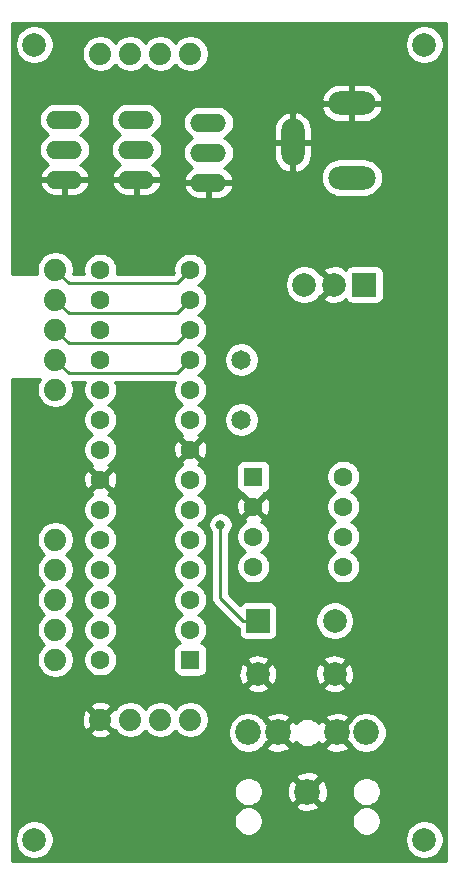
<source format=gbl>
G04 #@! TF.GenerationSoftware,KiCad,Pcbnew,(5.1.2)-2*
G04 #@! TF.CreationDate,2019-07-28T18:44:43-04:00*
G04 #@! TF.ProjectId,LED-Music,4c45442d-4d75-4736-9963-2e6b69636164,rev?*
G04 #@! TF.SameCoordinates,Original*
G04 #@! TF.FileFunction,Copper,L2,Bot*
G04 #@! TF.FilePolarity,Positive*
%FSLAX46Y46*%
G04 Gerber Fmt 4.6, Leading zero omitted, Abs format (unit mm)*
G04 Created by KiCad (PCBNEW (5.1.2)-2) date 2019-07-28 18:44:43*
%MOMM*%
%LPD*%
G04 APERTURE LIST*
%ADD10C,2.000000*%
%ADD11C,1.600000*%
%ADD12R,1.600000X1.600000*%
%ADD13O,3.048000X1.524000*%
%ADD14C,1.879600*%
%ADD15R,2.000000X2.000000*%
%ADD16C,1.651000*%
%ADD17C,2.181860*%
%ADD18O,3.997960X1.998980*%
%ADD19O,1.998980X3.997960*%
%ADD20C,0.800000*%
%ADD21C,0.250000*%
%ADD22C,0.254000*%
G04 APERTURE END LIST*
D10*
X126492000Y-57150000D03*
X159512000Y-57150000D03*
X159512000Y-124460000D03*
X126492000Y-124460000D03*
D11*
X132080000Y-109220000D03*
X132080000Y-106680000D03*
X132080000Y-104140000D03*
X132080000Y-101600000D03*
X132080000Y-99060000D03*
X132080000Y-96520000D03*
X132080000Y-93980000D03*
X132080000Y-91440000D03*
X132080000Y-88900000D03*
X132080000Y-86360000D03*
X132080000Y-83820000D03*
X132080000Y-81280000D03*
X132080000Y-78740000D03*
X132080000Y-76200000D03*
X139700000Y-76200000D03*
X139700000Y-78740000D03*
X139700000Y-81280000D03*
X139700000Y-83820000D03*
X139700000Y-86360000D03*
X139700000Y-88900000D03*
X139700000Y-91440000D03*
X139700000Y-93980000D03*
X139700000Y-96520000D03*
X139700000Y-99060000D03*
X139700000Y-101600000D03*
X139700000Y-104140000D03*
X139700000Y-106680000D03*
D12*
X139700000Y-109220000D03*
D13*
X141224000Y-68834000D03*
X141224000Y-66294000D03*
X141224000Y-63754000D03*
D14*
X128270000Y-76200000D03*
X128270000Y-78740000D03*
X128270000Y-81280000D03*
X128270000Y-83820000D03*
X128270000Y-86360000D03*
X132080000Y-114300000D03*
X134620000Y-114300000D03*
X137160000Y-114300000D03*
X139700000Y-114300000D03*
X128270000Y-109220000D03*
X128270000Y-106680000D03*
X128270000Y-104140000D03*
X128270000Y-101600000D03*
X128270000Y-99060000D03*
D11*
X152654000Y-93726000D03*
X152654000Y-96266000D03*
X152654000Y-98806000D03*
X152654000Y-101346000D03*
X145034000Y-101346000D03*
X145034000Y-98806000D03*
X145034000Y-96266000D03*
D12*
X145034000Y-93726000D03*
D10*
X151916200Y-110428600D03*
X145416200Y-110428600D03*
X151916200Y-105928600D03*
D15*
X145416200Y-105928600D03*
D16*
X144018000Y-83820000D03*
X144018000Y-88900000D03*
D10*
X149352000Y-77470000D03*
X151892000Y-77470000D03*
D15*
X154432000Y-77470000D03*
D13*
X129032000Y-68580000D03*
X129032000Y-66040000D03*
X129032000Y-63500000D03*
X135128000Y-68580000D03*
X135128000Y-66040000D03*
X135128000Y-63500000D03*
D14*
X132080000Y-57912000D03*
X134620000Y-57912000D03*
X137160000Y-57912000D03*
X139700000Y-57912000D03*
D17*
X152105360Y-115397280D03*
X154604720Y-115397280D03*
X149606000Y-120396000D03*
X147106640Y-115397280D03*
X144607280Y-115397280D03*
D18*
X153377900Y-68409820D03*
D19*
X148376640Y-65407540D03*
D18*
X153377900Y-62108080D03*
D20*
X158505000Y-95241000D03*
X158505000Y-97291000D03*
X148082000Y-87122000D03*
X150622000Y-73914000D03*
X158369000Y-83058000D03*
X150876000Y-82804000D03*
X157543500Y-82232500D03*
X142240000Y-97790000D03*
D21*
X144166200Y-105928600D02*
X145416200Y-105928600D01*
X142240000Y-97790000D02*
X142240000Y-104002400D01*
X142240000Y-104002400D02*
X144166200Y-105928600D01*
X129395001Y-77325001D02*
X128270000Y-76200000D01*
X139700000Y-76200000D02*
X138574999Y-77325001D01*
X138574999Y-77325001D02*
X129395001Y-77325001D01*
X129395001Y-79865001D02*
X128270000Y-78740000D01*
X139700000Y-78740000D02*
X138574999Y-79865001D01*
X138574999Y-79865001D02*
X129395001Y-79865001D01*
X129395001Y-82405001D02*
X128270000Y-81280000D01*
X139700000Y-81280000D02*
X138574999Y-82405001D01*
X138574999Y-82405001D02*
X129395001Y-82405001D01*
X129395001Y-84945001D02*
X128270000Y-83820000D01*
X139700000Y-83820000D02*
X138574999Y-84945001D01*
X138574999Y-84945001D02*
X129395001Y-84945001D01*
D22*
G36*
X161367001Y-126315000D02*
G01*
X124637000Y-126315000D01*
X124637000Y-124298967D01*
X124857000Y-124298967D01*
X124857000Y-124621033D01*
X124919832Y-124936912D01*
X125043082Y-125234463D01*
X125222013Y-125502252D01*
X125449748Y-125729987D01*
X125717537Y-125908918D01*
X126015088Y-126032168D01*
X126330967Y-126095000D01*
X126653033Y-126095000D01*
X126968912Y-126032168D01*
X127266463Y-125908918D01*
X127534252Y-125729987D01*
X127761987Y-125502252D01*
X127940918Y-125234463D01*
X128064168Y-124936912D01*
X128127000Y-124621033D01*
X128127000Y-124298967D01*
X157877000Y-124298967D01*
X157877000Y-124621033D01*
X157939832Y-124936912D01*
X158063082Y-125234463D01*
X158242013Y-125502252D01*
X158469748Y-125729987D01*
X158737537Y-125908918D01*
X159035088Y-126032168D01*
X159350967Y-126095000D01*
X159673033Y-126095000D01*
X159988912Y-126032168D01*
X160286463Y-125908918D01*
X160554252Y-125729987D01*
X160781987Y-125502252D01*
X160960918Y-125234463D01*
X161084168Y-124936912D01*
X161147000Y-124621033D01*
X161147000Y-124298967D01*
X161084168Y-123983088D01*
X160960918Y-123685537D01*
X160781987Y-123417748D01*
X160554252Y-123190013D01*
X160286463Y-123011082D01*
X159988912Y-122887832D01*
X159673033Y-122825000D01*
X159350967Y-122825000D01*
X159035088Y-122887832D01*
X158737537Y-123011082D01*
X158469748Y-123190013D01*
X158242013Y-123417748D01*
X158063082Y-123685537D01*
X157939832Y-123983088D01*
X157877000Y-124298967D01*
X128127000Y-124298967D01*
X128064168Y-123983088D01*
X127940918Y-123685537D01*
X127761987Y-123417748D01*
X127534252Y-123190013D01*
X127266463Y-123011082D01*
X126968912Y-122887832D01*
X126653033Y-122825000D01*
X126330967Y-122825000D01*
X126015088Y-122887832D01*
X125717537Y-123011082D01*
X125449748Y-123190013D01*
X125222013Y-123417748D01*
X125043082Y-123685537D01*
X124919832Y-123983088D01*
X124857000Y-124298967D01*
X124637000Y-124298967D01*
X124637000Y-122773778D01*
X143372840Y-122773778D01*
X143372840Y-123016942D01*
X143420279Y-123255433D01*
X143513333Y-123480087D01*
X143648428Y-123682270D01*
X143820370Y-123854212D01*
X144022553Y-123989307D01*
X144247207Y-124082361D01*
X144485698Y-124129800D01*
X144728862Y-124129800D01*
X144967353Y-124082361D01*
X145192007Y-123989307D01*
X145394190Y-123854212D01*
X145566132Y-123682270D01*
X145701227Y-123480087D01*
X145794281Y-123255433D01*
X145841720Y-123016942D01*
X145841720Y-122773778D01*
X153370280Y-122773778D01*
X153370280Y-123016942D01*
X153417719Y-123255433D01*
X153510773Y-123480087D01*
X153645868Y-123682270D01*
X153817810Y-123854212D01*
X154019993Y-123989307D01*
X154244647Y-124082361D01*
X154483138Y-124129800D01*
X154726302Y-124129800D01*
X154964793Y-124082361D01*
X155189447Y-123989307D01*
X155391630Y-123854212D01*
X155563572Y-123682270D01*
X155698667Y-123480087D01*
X155791721Y-123255433D01*
X155839160Y-123016942D01*
X155839160Y-122773778D01*
X155791721Y-122535287D01*
X155698667Y-122310633D01*
X155563572Y-122108450D01*
X155391630Y-121936508D01*
X155189447Y-121801413D01*
X154964793Y-121708359D01*
X154726302Y-121660920D01*
X154483138Y-121660920D01*
X154244647Y-121708359D01*
X154019993Y-121801413D01*
X153817810Y-121936508D01*
X153645868Y-122108450D01*
X153510773Y-122310633D01*
X153417719Y-122535287D01*
X153370280Y-122773778D01*
X145841720Y-122773778D01*
X145794281Y-122535287D01*
X145701227Y-122310633D01*
X145566132Y-122108450D01*
X145394190Y-121936508D01*
X145192007Y-121801413D01*
X144967353Y-121708359D01*
X144728862Y-121660920D01*
X144485698Y-121660920D01*
X144247207Y-121708359D01*
X144022553Y-121801413D01*
X143820370Y-121936508D01*
X143648428Y-122108450D01*
X143513333Y-122310633D01*
X143420279Y-122535287D01*
X143372840Y-122773778D01*
X124637000Y-122773778D01*
X124637000Y-120274418D01*
X143372840Y-120274418D01*
X143372840Y-120517582D01*
X143420279Y-120756073D01*
X143513333Y-120980727D01*
X143648428Y-121182910D01*
X143820370Y-121354852D01*
X144022553Y-121489947D01*
X144247207Y-121583001D01*
X144485698Y-121630440D01*
X144728862Y-121630440D01*
X144900766Y-121596246D01*
X148585359Y-121596246D01*
X148692097Y-121869944D01*
X148997210Y-122019917D01*
X149325718Y-122107483D01*
X149664998Y-122129277D01*
X150002010Y-122084463D01*
X150323804Y-121974762D01*
X150519903Y-121869944D01*
X150626641Y-121596246D01*
X149606000Y-120575605D01*
X148585359Y-121596246D01*
X144900766Y-121596246D01*
X144967353Y-121583001D01*
X145192007Y-121489947D01*
X145394190Y-121354852D01*
X145566132Y-121182910D01*
X145701227Y-120980727D01*
X145794281Y-120756073D01*
X145841720Y-120517582D01*
X145841720Y-120454998D01*
X147872723Y-120454998D01*
X147917537Y-120792010D01*
X148027238Y-121113804D01*
X148132056Y-121309903D01*
X148405754Y-121416641D01*
X149426395Y-120396000D01*
X149785605Y-120396000D01*
X150806246Y-121416641D01*
X151079944Y-121309903D01*
X151229917Y-121004790D01*
X151317483Y-120676282D01*
X151339277Y-120337002D01*
X151330955Y-120274418D01*
X153370280Y-120274418D01*
X153370280Y-120517582D01*
X153417719Y-120756073D01*
X153510773Y-120980727D01*
X153645868Y-121182910D01*
X153817810Y-121354852D01*
X154019993Y-121489947D01*
X154244647Y-121583001D01*
X154483138Y-121630440D01*
X154726302Y-121630440D01*
X154964793Y-121583001D01*
X155189447Y-121489947D01*
X155391630Y-121354852D01*
X155563572Y-121182910D01*
X155698667Y-120980727D01*
X155791721Y-120756073D01*
X155839160Y-120517582D01*
X155839160Y-120274418D01*
X155791721Y-120035927D01*
X155698667Y-119811273D01*
X155563572Y-119609090D01*
X155391630Y-119437148D01*
X155189447Y-119302053D01*
X154964793Y-119208999D01*
X154726302Y-119161560D01*
X154483138Y-119161560D01*
X154244647Y-119208999D01*
X154019993Y-119302053D01*
X153817810Y-119437148D01*
X153645868Y-119609090D01*
X153510773Y-119811273D01*
X153417719Y-120035927D01*
X153370280Y-120274418D01*
X151330955Y-120274418D01*
X151294463Y-119999990D01*
X151184762Y-119678196D01*
X151079944Y-119482097D01*
X150806246Y-119375359D01*
X149785605Y-120396000D01*
X149426395Y-120396000D01*
X148405754Y-119375359D01*
X148132056Y-119482097D01*
X147982083Y-119787210D01*
X147894517Y-120115718D01*
X147872723Y-120454998D01*
X145841720Y-120454998D01*
X145841720Y-120274418D01*
X145794281Y-120035927D01*
X145701227Y-119811273D01*
X145566132Y-119609090D01*
X145394190Y-119437148D01*
X145192007Y-119302053D01*
X144967353Y-119208999D01*
X144900767Y-119195754D01*
X148585359Y-119195754D01*
X149606000Y-120216395D01*
X150626641Y-119195754D01*
X150519903Y-118922056D01*
X150214790Y-118772083D01*
X149886282Y-118684517D01*
X149547002Y-118662723D01*
X149209990Y-118707537D01*
X148888196Y-118817238D01*
X148692097Y-118922056D01*
X148585359Y-119195754D01*
X144900767Y-119195754D01*
X144728862Y-119161560D01*
X144485698Y-119161560D01*
X144247207Y-119208999D01*
X144022553Y-119302053D01*
X143820370Y-119437148D01*
X143648428Y-119609090D01*
X143513333Y-119811273D01*
X143420279Y-120035927D01*
X143372840Y-120274418D01*
X124637000Y-120274418D01*
X124637000Y-115392476D01*
X131167129Y-115392476D01*
X131255623Y-115650723D01*
X131534976Y-115785597D01*
X131835275Y-115863381D01*
X132144977Y-115881084D01*
X132452184Y-115838027D01*
X132745086Y-115735865D01*
X132904377Y-115650723D01*
X132992871Y-115392476D01*
X132080000Y-114479605D01*
X131167129Y-115392476D01*
X124637000Y-115392476D01*
X124637000Y-114364977D01*
X130498916Y-114364977D01*
X130541973Y-114672184D01*
X130644135Y-114965086D01*
X130729277Y-115124377D01*
X130987524Y-115212871D01*
X131900395Y-114300000D01*
X132259605Y-114300000D01*
X133172476Y-115212871D01*
X133305505Y-115167286D01*
X133396773Y-115303877D01*
X133616123Y-115523227D01*
X133874052Y-115695570D01*
X134160648Y-115814282D01*
X134464896Y-115874800D01*
X134775104Y-115874800D01*
X135079352Y-115814282D01*
X135365948Y-115695570D01*
X135623877Y-115523227D01*
X135843227Y-115303877D01*
X135890000Y-115233876D01*
X135936773Y-115303877D01*
X136156123Y-115523227D01*
X136414052Y-115695570D01*
X136700648Y-115814282D01*
X137004896Y-115874800D01*
X137315104Y-115874800D01*
X137619352Y-115814282D01*
X137905948Y-115695570D01*
X138163877Y-115523227D01*
X138383227Y-115303877D01*
X138430000Y-115233876D01*
X138476773Y-115303877D01*
X138696123Y-115523227D01*
X138954052Y-115695570D01*
X139240648Y-115814282D01*
X139544896Y-115874800D01*
X139855104Y-115874800D01*
X140159352Y-115814282D01*
X140445948Y-115695570D01*
X140703877Y-115523227D01*
X140923227Y-115303877D01*
X140974400Y-115227291D01*
X142881350Y-115227291D01*
X142881350Y-115567269D01*
X142947677Y-115900715D01*
X143077781Y-116214814D01*
X143266663Y-116497496D01*
X143507064Y-116737897D01*
X143789746Y-116926779D01*
X144103845Y-117056883D01*
X144437291Y-117123210D01*
X144777269Y-117123210D01*
X145110715Y-117056883D01*
X145424814Y-116926779D01*
X145707496Y-116737897D01*
X145847867Y-116597526D01*
X146085999Y-116597526D01*
X146192737Y-116871224D01*
X146497850Y-117021197D01*
X146826358Y-117108763D01*
X147165638Y-117130557D01*
X147502650Y-117085743D01*
X147824444Y-116976042D01*
X148020543Y-116871224D01*
X148127281Y-116597526D01*
X147106640Y-115576885D01*
X146085999Y-116597526D01*
X145847867Y-116597526D01*
X145947897Y-116497496D01*
X146136779Y-116214814D01*
X146156067Y-116168248D01*
X146927035Y-115397280D01*
X147286245Y-115397280D01*
X148306886Y-116417921D01*
X148580584Y-116311183D01*
X148644761Y-116180618D01*
X148647148Y-116184190D01*
X148819090Y-116356132D01*
X149021273Y-116491227D01*
X149245927Y-116584281D01*
X149484418Y-116631720D01*
X149727582Y-116631720D01*
X149899486Y-116597526D01*
X151084719Y-116597526D01*
X151191457Y-116871224D01*
X151496570Y-117021197D01*
X151825078Y-117108763D01*
X152164358Y-117130557D01*
X152501370Y-117085743D01*
X152823164Y-116976042D01*
X153019263Y-116871224D01*
X153126001Y-116597526D01*
X152105360Y-115576885D01*
X151084719Y-116597526D01*
X149899486Y-116597526D01*
X149966073Y-116584281D01*
X150190727Y-116491227D01*
X150392910Y-116356132D01*
X150563995Y-116185047D01*
X150631416Y-116311183D01*
X150905114Y-116417921D01*
X151925755Y-115397280D01*
X152284965Y-115397280D01*
X153055933Y-116168248D01*
X153075221Y-116214814D01*
X153264103Y-116497496D01*
X153504504Y-116737897D01*
X153787186Y-116926779D01*
X154101285Y-117056883D01*
X154434731Y-117123210D01*
X154774709Y-117123210D01*
X155108155Y-117056883D01*
X155422254Y-116926779D01*
X155704936Y-116737897D01*
X155945337Y-116497496D01*
X156134219Y-116214814D01*
X156264323Y-115900715D01*
X156330650Y-115567269D01*
X156330650Y-115227291D01*
X156264323Y-114893845D01*
X156134219Y-114579746D01*
X155945337Y-114297064D01*
X155704936Y-114056663D01*
X155422254Y-113867781D01*
X155108155Y-113737677D01*
X154774709Y-113671350D01*
X154434731Y-113671350D01*
X154101285Y-113737677D01*
X153787186Y-113867781D01*
X153504504Y-114056663D01*
X153264103Y-114297064D01*
X153075221Y-114579746D01*
X153055933Y-114626312D01*
X152284965Y-115397280D01*
X151925755Y-115397280D01*
X150905114Y-114376639D01*
X150631416Y-114483377D01*
X150567239Y-114613942D01*
X150564852Y-114610370D01*
X150392910Y-114438428D01*
X150190727Y-114303333D01*
X149966073Y-114210279D01*
X149899487Y-114197034D01*
X151084719Y-114197034D01*
X152105360Y-115217675D01*
X153126001Y-114197034D01*
X153019263Y-113923336D01*
X152714150Y-113773363D01*
X152385642Y-113685797D01*
X152046362Y-113664003D01*
X151709350Y-113708817D01*
X151387556Y-113818518D01*
X151191457Y-113923336D01*
X151084719Y-114197034D01*
X149899487Y-114197034D01*
X149727582Y-114162840D01*
X149484418Y-114162840D01*
X149245927Y-114210279D01*
X149021273Y-114303333D01*
X148819090Y-114438428D01*
X148648005Y-114609513D01*
X148580584Y-114483377D01*
X148306886Y-114376639D01*
X147286245Y-115397280D01*
X146927035Y-115397280D01*
X146156067Y-114626312D01*
X146136779Y-114579746D01*
X145947897Y-114297064D01*
X145847867Y-114197034D01*
X146085999Y-114197034D01*
X147106640Y-115217675D01*
X148127281Y-114197034D01*
X148020543Y-113923336D01*
X147715430Y-113773363D01*
X147386922Y-113685797D01*
X147047642Y-113664003D01*
X146710630Y-113708817D01*
X146388836Y-113818518D01*
X146192737Y-113923336D01*
X146085999Y-114197034D01*
X145847867Y-114197034D01*
X145707496Y-114056663D01*
X145424814Y-113867781D01*
X145110715Y-113737677D01*
X144777269Y-113671350D01*
X144437291Y-113671350D01*
X144103845Y-113737677D01*
X143789746Y-113867781D01*
X143507064Y-114056663D01*
X143266663Y-114297064D01*
X143077781Y-114579746D01*
X142947677Y-114893845D01*
X142881350Y-115227291D01*
X140974400Y-115227291D01*
X141095570Y-115045948D01*
X141214282Y-114759352D01*
X141274800Y-114455104D01*
X141274800Y-114144896D01*
X141214282Y-113840648D01*
X141095570Y-113554052D01*
X140923227Y-113296123D01*
X140703877Y-113076773D01*
X140445948Y-112904430D01*
X140159352Y-112785718D01*
X139855104Y-112725200D01*
X139544896Y-112725200D01*
X139240648Y-112785718D01*
X138954052Y-112904430D01*
X138696123Y-113076773D01*
X138476773Y-113296123D01*
X138430000Y-113366124D01*
X138383227Y-113296123D01*
X138163877Y-113076773D01*
X137905948Y-112904430D01*
X137619352Y-112785718D01*
X137315104Y-112725200D01*
X137004896Y-112725200D01*
X136700648Y-112785718D01*
X136414052Y-112904430D01*
X136156123Y-113076773D01*
X135936773Y-113296123D01*
X135890000Y-113366124D01*
X135843227Y-113296123D01*
X135623877Y-113076773D01*
X135365948Y-112904430D01*
X135079352Y-112785718D01*
X134775104Y-112725200D01*
X134464896Y-112725200D01*
X134160648Y-112785718D01*
X133874052Y-112904430D01*
X133616123Y-113076773D01*
X133396773Y-113296123D01*
X133305505Y-113432714D01*
X133172476Y-113387129D01*
X132259605Y-114300000D01*
X131900395Y-114300000D01*
X130987524Y-113387129D01*
X130729277Y-113475623D01*
X130594403Y-113754976D01*
X130516619Y-114055275D01*
X130498916Y-114364977D01*
X124637000Y-114364977D01*
X124637000Y-113207524D01*
X131167129Y-113207524D01*
X132080000Y-114120395D01*
X132992871Y-113207524D01*
X132904377Y-112949277D01*
X132625024Y-112814403D01*
X132324725Y-112736619D01*
X132015023Y-112718916D01*
X131707816Y-112761973D01*
X131414914Y-112864135D01*
X131255623Y-112949277D01*
X131167129Y-113207524D01*
X124637000Y-113207524D01*
X124637000Y-111564013D01*
X144460392Y-111564013D01*
X144556156Y-111828414D01*
X144845771Y-111969304D01*
X145157308Y-112050984D01*
X145478795Y-112070318D01*
X145797875Y-112026561D01*
X146102288Y-111921395D01*
X146276244Y-111828414D01*
X146372008Y-111564013D01*
X150960392Y-111564013D01*
X151056156Y-111828414D01*
X151345771Y-111969304D01*
X151657308Y-112050984D01*
X151978795Y-112070318D01*
X152297875Y-112026561D01*
X152602288Y-111921395D01*
X152776244Y-111828414D01*
X152872008Y-111564013D01*
X151916200Y-110608205D01*
X150960392Y-111564013D01*
X146372008Y-111564013D01*
X145416200Y-110608205D01*
X144460392Y-111564013D01*
X124637000Y-111564013D01*
X124637000Y-98904896D01*
X126695200Y-98904896D01*
X126695200Y-99215104D01*
X126755718Y-99519352D01*
X126874430Y-99805948D01*
X127046773Y-100063877D01*
X127266123Y-100283227D01*
X127336124Y-100330000D01*
X127266123Y-100376773D01*
X127046773Y-100596123D01*
X126874430Y-100854052D01*
X126755718Y-101140648D01*
X126695200Y-101444896D01*
X126695200Y-101755104D01*
X126755718Y-102059352D01*
X126874430Y-102345948D01*
X127046773Y-102603877D01*
X127266123Y-102823227D01*
X127336124Y-102870000D01*
X127266123Y-102916773D01*
X127046773Y-103136123D01*
X126874430Y-103394052D01*
X126755718Y-103680648D01*
X126695200Y-103984896D01*
X126695200Y-104295104D01*
X126755718Y-104599352D01*
X126874430Y-104885948D01*
X127046773Y-105143877D01*
X127266123Y-105363227D01*
X127336124Y-105410000D01*
X127266123Y-105456773D01*
X127046773Y-105676123D01*
X126874430Y-105934052D01*
X126755718Y-106220648D01*
X126695200Y-106524896D01*
X126695200Y-106835104D01*
X126755718Y-107139352D01*
X126874430Y-107425948D01*
X127046773Y-107683877D01*
X127266123Y-107903227D01*
X127336124Y-107950000D01*
X127266123Y-107996773D01*
X127046773Y-108216123D01*
X126874430Y-108474052D01*
X126755718Y-108760648D01*
X126695200Y-109064896D01*
X126695200Y-109375104D01*
X126755718Y-109679352D01*
X126874430Y-109965948D01*
X127046773Y-110223877D01*
X127266123Y-110443227D01*
X127524052Y-110615570D01*
X127810648Y-110734282D01*
X128114896Y-110794800D01*
X128425104Y-110794800D01*
X128729352Y-110734282D01*
X129015948Y-110615570D01*
X129273877Y-110443227D01*
X129493227Y-110223877D01*
X129665570Y-109965948D01*
X129784282Y-109679352D01*
X129844800Y-109375104D01*
X129844800Y-109064896D01*
X129784282Y-108760648D01*
X129665570Y-108474052D01*
X129493227Y-108216123D01*
X129273877Y-107996773D01*
X129203876Y-107950000D01*
X129273877Y-107903227D01*
X129493227Y-107683877D01*
X129665570Y-107425948D01*
X129784282Y-107139352D01*
X129844800Y-106835104D01*
X129844800Y-106524896D01*
X129784282Y-106220648D01*
X129665570Y-105934052D01*
X129493227Y-105676123D01*
X129273877Y-105456773D01*
X129203876Y-105410000D01*
X129273877Y-105363227D01*
X129493227Y-105143877D01*
X129665570Y-104885948D01*
X129784282Y-104599352D01*
X129844800Y-104295104D01*
X129844800Y-103984896D01*
X129784282Y-103680648D01*
X129665570Y-103394052D01*
X129493227Y-103136123D01*
X129273877Y-102916773D01*
X129203876Y-102870000D01*
X129273877Y-102823227D01*
X129493227Y-102603877D01*
X129665570Y-102345948D01*
X129784282Y-102059352D01*
X129844800Y-101755104D01*
X129844800Y-101444896D01*
X129784282Y-101140648D01*
X129665570Y-100854052D01*
X129493227Y-100596123D01*
X129273877Y-100376773D01*
X129203876Y-100330000D01*
X129273877Y-100283227D01*
X129493227Y-100063877D01*
X129665570Y-99805948D01*
X129784282Y-99519352D01*
X129844800Y-99215104D01*
X129844800Y-98904896D01*
X129784282Y-98600648D01*
X129665570Y-98314052D01*
X129493227Y-98056123D01*
X129273877Y-97836773D01*
X129015948Y-97664430D01*
X128729352Y-97545718D01*
X128425104Y-97485200D01*
X128114896Y-97485200D01*
X127810648Y-97545718D01*
X127524052Y-97664430D01*
X127266123Y-97836773D01*
X127046773Y-98056123D01*
X126874430Y-98314052D01*
X126755718Y-98600648D01*
X126695200Y-98904896D01*
X124637000Y-98904896D01*
X124637000Y-96378665D01*
X130645000Y-96378665D01*
X130645000Y-96661335D01*
X130700147Y-96938574D01*
X130808320Y-97199727D01*
X130965363Y-97434759D01*
X131165241Y-97634637D01*
X131397759Y-97790000D01*
X131165241Y-97945363D01*
X130965363Y-98145241D01*
X130808320Y-98380273D01*
X130700147Y-98641426D01*
X130645000Y-98918665D01*
X130645000Y-99201335D01*
X130700147Y-99478574D01*
X130808320Y-99739727D01*
X130965363Y-99974759D01*
X131165241Y-100174637D01*
X131397759Y-100330000D01*
X131165241Y-100485363D01*
X130965363Y-100685241D01*
X130808320Y-100920273D01*
X130700147Y-101181426D01*
X130645000Y-101458665D01*
X130645000Y-101741335D01*
X130700147Y-102018574D01*
X130808320Y-102279727D01*
X130965363Y-102514759D01*
X131165241Y-102714637D01*
X131397759Y-102870000D01*
X131165241Y-103025363D01*
X130965363Y-103225241D01*
X130808320Y-103460273D01*
X130700147Y-103721426D01*
X130645000Y-103998665D01*
X130645000Y-104281335D01*
X130700147Y-104558574D01*
X130808320Y-104819727D01*
X130965363Y-105054759D01*
X131165241Y-105254637D01*
X131397759Y-105410000D01*
X131165241Y-105565363D01*
X130965363Y-105765241D01*
X130808320Y-106000273D01*
X130700147Y-106261426D01*
X130645000Y-106538665D01*
X130645000Y-106821335D01*
X130700147Y-107098574D01*
X130808320Y-107359727D01*
X130965363Y-107594759D01*
X131165241Y-107794637D01*
X131397759Y-107950000D01*
X131165241Y-108105363D01*
X130965363Y-108305241D01*
X130808320Y-108540273D01*
X130700147Y-108801426D01*
X130645000Y-109078665D01*
X130645000Y-109361335D01*
X130700147Y-109638574D01*
X130808320Y-109899727D01*
X130965363Y-110134759D01*
X131165241Y-110334637D01*
X131400273Y-110491680D01*
X131661426Y-110599853D01*
X131938665Y-110655000D01*
X132221335Y-110655000D01*
X132498574Y-110599853D01*
X132759727Y-110491680D01*
X132994759Y-110334637D01*
X133194637Y-110134759D01*
X133351680Y-109899727D01*
X133459853Y-109638574D01*
X133515000Y-109361335D01*
X133515000Y-109078665D01*
X133459853Y-108801426D01*
X133351680Y-108540273D01*
X133271317Y-108420000D01*
X138261928Y-108420000D01*
X138261928Y-110020000D01*
X138274188Y-110144482D01*
X138310498Y-110264180D01*
X138369463Y-110374494D01*
X138448815Y-110471185D01*
X138545506Y-110550537D01*
X138655820Y-110609502D01*
X138775518Y-110645812D01*
X138900000Y-110658072D01*
X140500000Y-110658072D01*
X140624482Y-110645812D01*
X140744180Y-110609502D01*
X140854494Y-110550537D01*
X140926802Y-110491195D01*
X143774482Y-110491195D01*
X143818239Y-110810275D01*
X143923405Y-111114688D01*
X144016386Y-111288644D01*
X144280787Y-111384408D01*
X145236595Y-110428600D01*
X145595805Y-110428600D01*
X146551613Y-111384408D01*
X146816014Y-111288644D01*
X146956904Y-110999029D01*
X147038584Y-110687492D01*
X147050389Y-110491195D01*
X150274482Y-110491195D01*
X150318239Y-110810275D01*
X150423405Y-111114688D01*
X150516386Y-111288644D01*
X150780787Y-111384408D01*
X151736595Y-110428600D01*
X152095805Y-110428600D01*
X153051613Y-111384408D01*
X153316014Y-111288644D01*
X153456904Y-110999029D01*
X153538584Y-110687492D01*
X153557918Y-110366005D01*
X153514161Y-110046925D01*
X153408995Y-109742512D01*
X153316014Y-109568556D01*
X153051613Y-109472792D01*
X152095805Y-110428600D01*
X151736595Y-110428600D01*
X150780787Y-109472792D01*
X150516386Y-109568556D01*
X150375496Y-109858171D01*
X150293816Y-110169708D01*
X150274482Y-110491195D01*
X147050389Y-110491195D01*
X147057918Y-110366005D01*
X147014161Y-110046925D01*
X146908995Y-109742512D01*
X146816014Y-109568556D01*
X146551613Y-109472792D01*
X145595805Y-110428600D01*
X145236595Y-110428600D01*
X144280787Y-109472792D01*
X144016386Y-109568556D01*
X143875496Y-109858171D01*
X143793816Y-110169708D01*
X143774482Y-110491195D01*
X140926802Y-110491195D01*
X140951185Y-110471185D01*
X141030537Y-110374494D01*
X141089502Y-110264180D01*
X141125812Y-110144482D01*
X141138072Y-110020000D01*
X141138072Y-109293187D01*
X144460392Y-109293187D01*
X145416200Y-110248995D01*
X146372008Y-109293187D01*
X150960392Y-109293187D01*
X151916200Y-110248995D01*
X152872008Y-109293187D01*
X152776244Y-109028786D01*
X152486629Y-108887896D01*
X152175092Y-108806216D01*
X151853605Y-108786882D01*
X151534525Y-108830639D01*
X151230112Y-108935805D01*
X151056156Y-109028786D01*
X150960392Y-109293187D01*
X146372008Y-109293187D01*
X146276244Y-109028786D01*
X145986629Y-108887896D01*
X145675092Y-108806216D01*
X145353605Y-108786882D01*
X145034525Y-108830639D01*
X144730112Y-108935805D01*
X144556156Y-109028786D01*
X144460392Y-109293187D01*
X141138072Y-109293187D01*
X141138072Y-108420000D01*
X141125812Y-108295518D01*
X141089502Y-108175820D01*
X141030537Y-108065506D01*
X140951185Y-107968815D01*
X140854494Y-107889463D01*
X140744180Y-107830498D01*
X140624482Y-107794188D01*
X140616039Y-107793357D01*
X140814637Y-107594759D01*
X140971680Y-107359727D01*
X141079853Y-107098574D01*
X141135000Y-106821335D01*
X141135000Y-106538665D01*
X141079853Y-106261426D01*
X140971680Y-106000273D01*
X140814637Y-105765241D01*
X140614759Y-105565363D01*
X140382241Y-105410000D01*
X140614759Y-105254637D01*
X140814637Y-105054759D01*
X140971680Y-104819727D01*
X141079853Y-104558574D01*
X141135000Y-104281335D01*
X141135000Y-103998665D01*
X141079853Y-103721426D01*
X140971680Y-103460273D01*
X140814637Y-103225241D01*
X140614759Y-103025363D01*
X140382241Y-102870000D01*
X140614759Y-102714637D01*
X140814637Y-102514759D01*
X140971680Y-102279727D01*
X141079853Y-102018574D01*
X141135000Y-101741335D01*
X141135000Y-101458665D01*
X141079853Y-101181426D01*
X140971680Y-100920273D01*
X140814637Y-100685241D01*
X140614759Y-100485363D01*
X140382241Y-100330000D01*
X140614759Y-100174637D01*
X140814637Y-99974759D01*
X140971680Y-99739727D01*
X141079853Y-99478574D01*
X141135000Y-99201335D01*
X141135000Y-98918665D01*
X141079853Y-98641426D01*
X140971680Y-98380273D01*
X140814637Y-98145241D01*
X140614759Y-97945363D01*
X140382241Y-97790000D01*
X140534804Y-97688061D01*
X141205000Y-97688061D01*
X141205000Y-97891939D01*
X141244774Y-98091898D01*
X141322795Y-98280256D01*
X141436063Y-98449774D01*
X141480000Y-98493711D01*
X141480001Y-103965068D01*
X141476324Y-104002400D01*
X141490998Y-104151385D01*
X141534454Y-104294646D01*
X141605026Y-104426676D01*
X141676201Y-104513402D01*
X141700000Y-104542401D01*
X141728998Y-104566199D01*
X143602401Y-106439603D01*
X143626199Y-106468601D01*
X143741924Y-106563574D01*
X143778128Y-106582926D01*
X143778128Y-106928600D01*
X143790388Y-107053082D01*
X143826698Y-107172780D01*
X143885663Y-107283094D01*
X143965015Y-107379785D01*
X144061706Y-107459137D01*
X144172020Y-107518102D01*
X144291718Y-107554412D01*
X144416200Y-107566672D01*
X146416200Y-107566672D01*
X146540682Y-107554412D01*
X146660380Y-107518102D01*
X146770694Y-107459137D01*
X146867385Y-107379785D01*
X146946737Y-107283094D01*
X147005702Y-107172780D01*
X147042012Y-107053082D01*
X147054272Y-106928600D01*
X147054272Y-105767567D01*
X150281200Y-105767567D01*
X150281200Y-106089633D01*
X150344032Y-106405512D01*
X150467282Y-106703063D01*
X150646213Y-106970852D01*
X150873948Y-107198587D01*
X151141737Y-107377518D01*
X151439288Y-107500768D01*
X151755167Y-107563600D01*
X152077233Y-107563600D01*
X152393112Y-107500768D01*
X152690663Y-107377518D01*
X152958452Y-107198587D01*
X153186187Y-106970852D01*
X153365118Y-106703063D01*
X153488368Y-106405512D01*
X153551200Y-106089633D01*
X153551200Y-105767567D01*
X153488368Y-105451688D01*
X153365118Y-105154137D01*
X153186187Y-104886348D01*
X152958452Y-104658613D01*
X152690663Y-104479682D01*
X152393112Y-104356432D01*
X152077233Y-104293600D01*
X151755167Y-104293600D01*
X151439288Y-104356432D01*
X151141737Y-104479682D01*
X150873948Y-104658613D01*
X150646213Y-104886348D01*
X150467282Y-105154137D01*
X150344032Y-105451688D01*
X150281200Y-105767567D01*
X147054272Y-105767567D01*
X147054272Y-104928600D01*
X147042012Y-104804118D01*
X147005702Y-104684420D01*
X146946737Y-104574106D01*
X146867385Y-104477415D01*
X146770694Y-104398063D01*
X146660380Y-104339098D01*
X146540682Y-104302788D01*
X146416200Y-104290528D01*
X144416200Y-104290528D01*
X144291718Y-104302788D01*
X144172020Y-104339098D01*
X144061706Y-104398063D01*
X143965015Y-104477415D01*
X143886044Y-104573642D01*
X143000000Y-103687599D01*
X143000000Y-98664665D01*
X143599000Y-98664665D01*
X143599000Y-98947335D01*
X143654147Y-99224574D01*
X143762320Y-99485727D01*
X143919363Y-99720759D01*
X144119241Y-99920637D01*
X144351759Y-100076000D01*
X144119241Y-100231363D01*
X143919363Y-100431241D01*
X143762320Y-100666273D01*
X143654147Y-100927426D01*
X143599000Y-101204665D01*
X143599000Y-101487335D01*
X143654147Y-101764574D01*
X143762320Y-102025727D01*
X143919363Y-102260759D01*
X144119241Y-102460637D01*
X144354273Y-102617680D01*
X144615426Y-102725853D01*
X144892665Y-102781000D01*
X145175335Y-102781000D01*
X145452574Y-102725853D01*
X145713727Y-102617680D01*
X145948759Y-102460637D01*
X146148637Y-102260759D01*
X146305680Y-102025727D01*
X146413853Y-101764574D01*
X146469000Y-101487335D01*
X146469000Y-101204665D01*
X146413853Y-100927426D01*
X146305680Y-100666273D01*
X146148637Y-100431241D01*
X145948759Y-100231363D01*
X145716241Y-100076000D01*
X145948759Y-99920637D01*
X146148637Y-99720759D01*
X146305680Y-99485727D01*
X146413853Y-99224574D01*
X146469000Y-98947335D01*
X146469000Y-98664665D01*
X146413853Y-98387426D01*
X146305680Y-98126273D01*
X146148637Y-97891241D01*
X145948759Y-97691363D01*
X145714872Y-97535085D01*
X145775514Y-97502671D01*
X145847097Y-97258702D01*
X145034000Y-96445605D01*
X144220903Y-97258702D01*
X144292486Y-97502671D01*
X144356992Y-97533194D01*
X144354273Y-97534320D01*
X144119241Y-97691363D01*
X143919363Y-97891241D01*
X143762320Y-98126273D01*
X143654147Y-98387426D01*
X143599000Y-98664665D01*
X143000000Y-98664665D01*
X143000000Y-98493711D01*
X143043937Y-98449774D01*
X143157205Y-98280256D01*
X143235226Y-98091898D01*
X143275000Y-97891939D01*
X143275000Y-97688061D01*
X143235226Y-97488102D01*
X143157205Y-97299744D01*
X143043937Y-97130226D01*
X142899774Y-96986063D01*
X142730256Y-96872795D01*
X142541898Y-96794774D01*
X142341939Y-96755000D01*
X142138061Y-96755000D01*
X141938102Y-96794774D01*
X141749744Y-96872795D01*
X141580226Y-96986063D01*
X141436063Y-97130226D01*
X141322795Y-97299744D01*
X141244774Y-97488102D01*
X141205000Y-97688061D01*
X140534804Y-97688061D01*
X140614759Y-97634637D01*
X140814637Y-97434759D01*
X140971680Y-97199727D01*
X141079853Y-96938574D01*
X141135000Y-96661335D01*
X141135000Y-96378665D01*
X141126616Y-96336512D01*
X143593783Y-96336512D01*
X143635213Y-96616130D01*
X143730397Y-96882292D01*
X143797329Y-97007514D01*
X144041298Y-97079097D01*
X144854395Y-96266000D01*
X145213605Y-96266000D01*
X146026702Y-97079097D01*
X146270671Y-97007514D01*
X146391571Y-96752004D01*
X146460300Y-96477816D01*
X146474217Y-96195488D01*
X146432787Y-95915870D01*
X146337603Y-95649708D01*
X146270671Y-95524486D01*
X146026702Y-95452903D01*
X145213605Y-96266000D01*
X144854395Y-96266000D01*
X144041298Y-95452903D01*
X143797329Y-95524486D01*
X143676429Y-95779996D01*
X143607700Y-96054184D01*
X143593783Y-96336512D01*
X141126616Y-96336512D01*
X141079853Y-96101426D01*
X140971680Y-95840273D01*
X140814637Y-95605241D01*
X140614759Y-95405363D01*
X140382241Y-95250000D01*
X140614759Y-95094637D01*
X140814637Y-94894759D01*
X140971680Y-94659727D01*
X141079853Y-94398574D01*
X141135000Y-94121335D01*
X141135000Y-93838665D01*
X141079853Y-93561426D01*
X140971680Y-93300273D01*
X140814637Y-93065241D01*
X140675396Y-92926000D01*
X143595928Y-92926000D01*
X143595928Y-94526000D01*
X143608188Y-94650482D01*
X143644498Y-94770180D01*
X143703463Y-94880494D01*
X143782815Y-94977185D01*
X143879506Y-95056537D01*
X143989820Y-95115502D01*
X144109518Y-95151812D01*
X144234000Y-95164072D01*
X144252951Y-95164072D01*
X144220903Y-95273298D01*
X145034000Y-96086395D01*
X145847097Y-95273298D01*
X145815049Y-95164072D01*
X145834000Y-95164072D01*
X145958482Y-95151812D01*
X146078180Y-95115502D01*
X146188494Y-95056537D01*
X146285185Y-94977185D01*
X146364537Y-94880494D01*
X146423502Y-94770180D01*
X146459812Y-94650482D01*
X146472072Y-94526000D01*
X146472072Y-93584665D01*
X151219000Y-93584665D01*
X151219000Y-93867335D01*
X151274147Y-94144574D01*
X151382320Y-94405727D01*
X151539363Y-94640759D01*
X151739241Y-94840637D01*
X151971759Y-94996000D01*
X151739241Y-95151363D01*
X151539363Y-95351241D01*
X151382320Y-95586273D01*
X151274147Y-95847426D01*
X151219000Y-96124665D01*
X151219000Y-96407335D01*
X151274147Y-96684574D01*
X151382320Y-96945727D01*
X151539363Y-97180759D01*
X151739241Y-97380637D01*
X151971759Y-97536000D01*
X151739241Y-97691363D01*
X151539363Y-97891241D01*
X151382320Y-98126273D01*
X151274147Y-98387426D01*
X151219000Y-98664665D01*
X151219000Y-98947335D01*
X151274147Y-99224574D01*
X151382320Y-99485727D01*
X151539363Y-99720759D01*
X151739241Y-99920637D01*
X151971759Y-100076000D01*
X151739241Y-100231363D01*
X151539363Y-100431241D01*
X151382320Y-100666273D01*
X151274147Y-100927426D01*
X151219000Y-101204665D01*
X151219000Y-101487335D01*
X151274147Y-101764574D01*
X151382320Y-102025727D01*
X151539363Y-102260759D01*
X151739241Y-102460637D01*
X151974273Y-102617680D01*
X152235426Y-102725853D01*
X152512665Y-102781000D01*
X152795335Y-102781000D01*
X153072574Y-102725853D01*
X153333727Y-102617680D01*
X153568759Y-102460637D01*
X153768637Y-102260759D01*
X153925680Y-102025727D01*
X154033853Y-101764574D01*
X154089000Y-101487335D01*
X154089000Y-101204665D01*
X154033853Y-100927426D01*
X153925680Y-100666273D01*
X153768637Y-100431241D01*
X153568759Y-100231363D01*
X153336241Y-100076000D01*
X153568759Y-99920637D01*
X153768637Y-99720759D01*
X153925680Y-99485727D01*
X154033853Y-99224574D01*
X154089000Y-98947335D01*
X154089000Y-98664665D01*
X154033853Y-98387426D01*
X153925680Y-98126273D01*
X153768637Y-97891241D01*
X153568759Y-97691363D01*
X153336241Y-97536000D01*
X153568759Y-97380637D01*
X153768637Y-97180759D01*
X153925680Y-96945727D01*
X154033853Y-96684574D01*
X154089000Y-96407335D01*
X154089000Y-96124665D01*
X154033853Y-95847426D01*
X153925680Y-95586273D01*
X153768637Y-95351241D01*
X153568759Y-95151363D01*
X153336241Y-94996000D01*
X153568759Y-94840637D01*
X153768637Y-94640759D01*
X153925680Y-94405727D01*
X154033853Y-94144574D01*
X154089000Y-93867335D01*
X154089000Y-93584665D01*
X154033853Y-93307426D01*
X153925680Y-93046273D01*
X153768637Y-92811241D01*
X153568759Y-92611363D01*
X153333727Y-92454320D01*
X153072574Y-92346147D01*
X152795335Y-92291000D01*
X152512665Y-92291000D01*
X152235426Y-92346147D01*
X151974273Y-92454320D01*
X151739241Y-92611363D01*
X151539363Y-92811241D01*
X151382320Y-93046273D01*
X151274147Y-93307426D01*
X151219000Y-93584665D01*
X146472072Y-93584665D01*
X146472072Y-92926000D01*
X146459812Y-92801518D01*
X146423502Y-92681820D01*
X146364537Y-92571506D01*
X146285185Y-92474815D01*
X146188494Y-92395463D01*
X146078180Y-92336498D01*
X145958482Y-92300188D01*
X145834000Y-92287928D01*
X144234000Y-92287928D01*
X144109518Y-92300188D01*
X143989820Y-92336498D01*
X143879506Y-92395463D01*
X143782815Y-92474815D01*
X143703463Y-92571506D01*
X143644498Y-92681820D01*
X143608188Y-92801518D01*
X143595928Y-92926000D01*
X140675396Y-92926000D01*
X140614759Y-92865363D01*
X140380872Y-92709085D01*
X140441514Y-92676671D01*
X140513097Y-92432702D01*
X139700000Y-91619605D01*
X138886903Y-92432702D01*
X138958486Y-92676671D01*
X139022992Y-92707194D01*
X139020273Y-92708320D01*
X138785241Y-92865363D01*
X138585363Y-93065241D01*
X138428320Y-93300273D01*
X138320147Y-93561426D01*
X138265000Y-93838665D01*
X138265000Y-94121335D01*
X138320147Y-94398574D01*
X138428320Y-94659727D01*
X138585363Y-94894759D01*
X138785241Y-95094637D01*
X139017759Y-95250000D01*
X138785241Y-95405363D01*
X138585363Y-95605241D01*
X138428320Y-95840273D01*
X138320147Y-96101426D01*
X138265000Y-96378665D01*
X138265000Y-96661335D01*
X138320147Y-96938574D01*
X138428320Y-97199727D01*
X138585363Y-97434759D01*
X138785241Y-97634637D01*
X139017759Y-97790000D01*
X138785241Y-97945363D01*
X138585363Y-98145241D01*
X138428320Y-98380273D01*
X138320147Y-98641426D01*
X138265000Y-98918665D01*
X138265000Y-99201335D01*
X138320147Y-99478574D01*
X138428320Y-99739727D01*
X138585363Y-99974759D01*
X138785241Y-100174637D01*
X139017759Y-100330000D01*
X138785241Y-100485363D01*
X138585363Y-100685241D01*
X138428320Y-100920273D01*
X138320147Y-101181426D01*
X138265000Y-101458665D01*
X138265000Y-101741335D01*
X138320147Y-102018574D01*
X138428320Y-102279727D01*
X138585363Y-102514759D01*
X138785241Y-102714637D01*
X139017759Y-102870000D01*
X138785241Y-103025363D01*
X138585363Y-103225241D01*
X138428320Y-103460273D01*
X138320147Y-103721426D01*
X138265000Y-103998665D01*
X138265000Y-104281335D01*
X138320147Y-104558574D01*
X138428320Y-104819727D01*
X138585363Y-105054759D01*
X138785241Y-105254637D01*
X139017759Y-105410000D01*
X138785241Y-105565363D01*
X138585363Y-105765241D01*
X138428320Y-106000273D01*
X138320147Y-106261426D01*
X138265000Y-106538665D01*
X138265000Y-106821335D01*
X138320147Y-107098574D01*
X138428320Y-107359727D01*
X138585363Y-107594759D01*
X138783961Y-107793357D01*
X138775518Y-107794188D01*
X138655820Y-107830498D01*
X138545506Y-107889463D01*
X138448815Y-107968815D01*
X138369463Y-108065506D01*
X138310498Y-108175820D01*
X138274188Y-108295518D01*
X138261928Y-108420000D01*
X133271317Y-108420000D01*
X133194637Y-108305241D01*
X132994759Y-108105363D01*
X132762241Y-107950000D01*
X132994759Y-107794637D01*
X133194637Y-107594759D01*
X133351680Y-107359727D01*
X133459853Y-107098574D01*
X133515000Y-106821335D01*
X133515000Y-106538665D01*
X133459853Y-106261426D01*
X133351680Y-106000273D01*
X133194637Y-105765241D01*
X132994759Y-105565363D01*
X132762241Y-105410000D01*
X132994759Y-105254637D01*
X133194637Y-105054759D01*
X133351680Y-104819727D01*
X133459853Y-104558574D01*
X133515000Y-104281335D01*
X133515000Y-103998665D01*
X133459853Y-103721426D01*
X133351680Y-103460273D01*
X133194637Y-103225241D01*
X132994759Y-103025363D01*
X132762241Y-102870000D01*
X132994759Y-102714637D01*
X133194637Y-102514759D01*
X133351680Y-102279727D01*
X133459853Y-102018574D01*
X133515000Y-101741335D01*
X133515000Y-101458665D01*
X133459853Y-101181426D01*
X133351680Y-100920273D01*
X133194637Y-100685241D01*
X132994759Y-100485363D01*
X132762241Y-100330000D01*
X132994759Y-100174637D01*
X133194637Y-99974759D01*
X133351680Y-99739727D01*
X133459853Y-99478574D01*
X133515000Y-99201335D01*
X133515000Y-98918665D01*
X133459853Y-98641426D01*
X133351680Y-98380273D01*
X133194637Y-98145241D01*
X132994759Y-97945363D01*
X132762241Y-97790000D01*
X132994759Y-97634637D01*
X133194637Y-97434759D01*
X133351680Y-97199727D01*
X133459853Y-96938574D01*
X133515000Y-96661335D01*
X133515000Y-96378665D01*
X133459853Y-96101426D01*
X133351680Y-95840273D01*
X133194637Y-95605241D01*
X132994759Y-95405363D01*
X132760872Y-95249085D01*
X132821514Y-95216671D01*
X132893097Y-94972702D01*
X132080000Y-94159605D01*
X131266903Y-94972702D01*
X131338486Y-95216671D01*
X131402992Y-95247194D01*
X131400273Y-95248320D01*
X131165241Y-95405363D01*
X130965363Y-95605241D01*
X130808320Y-95840273D01*
X130700147Y-96101426D01*
X130645000Y-96378665D01*
X124637000Y-96378665D01*
X124637000Y-94050512D01*
X130639783Y-94050512D01*
X130681213Y-94330130D01*
X130776397Y-94596292D01*
X130843329Y-94721514D01*
X131087298Y-94793097D01*
X131900395Y-93980000D01*
X132259605Y-93980000D01*
X133072702Y-94793097D01*
X133316671Y-94721514D01*
X133437571Y-94466004D01*
X133506300Y-94191816D01*
X133520217Y-93909488D01*
X133478787Y-93629870D01*
X133383603Y-93363708D01*
X133316671Y-93238486D01*
X133072702Y-93166903D01*
X132259605Y-93980000D01*
X131900395Y-93980000D01*
X131087298Y-93166903D01*
X130843329Y-93238486D01*
X130722429Y-93493996D01*
X130653700Y-93768184D01*
X130639783Y-94050512D01*
X124637000Y-94050512D01*
X124637000Y-85471000D01*
X126970014Y-85471000D01*
X126874430Y-85614052D01*
X126755718Y-85900648D01*
X126695200Y-86204896D01*
X126695200Y-86515104D01*
X126755718Y-86819352D01*
X126874430Y-87105948D01*
X127046773Y-87363877D01*
X127266123Y-87583227D01*
X127524052Y-87755570D01*
X127810648Y-87874282D01*
X128114896Y-87934800D01*
X128425104Y-87934800D01*
X128729352Y-87874282D01*
X129015948Y-87755570D01*
X129273877Y-87583227D01*
X129493227Y-87363877D01*
X129665570Y-87105948D01*
X129784282Y-86819352D01*
X129844800Y-86515104D01*
X129844800Y-86204896D01*
X129784282Y-85900648D01*
X129703242Y-85705001D01*
X130798077Y-85705001D01*
X130700147Y-85941426D01*
X130645000Y-86218665D01*
X130645000Y-86501335D01*
X130700147Y-86778574D01*
X130808320Y-87039727D01*
X130965363Y-87274759D01*
X131165241Y-87474637D01*
X131397759Y-87630000D01*
X131165241Y-87785363D01*
X130965363Y-87985241D01*
X130808320Y-88220273D01*
X130700147Y-88481426D01*
X130645000Y-88758665D01*
X130645000Y-89041335D01*
X130700147Y-89318574D01*
X130808320Y-89579727D01*
X130965363Y-89814759D01*
X131165241Y-90014637D01*
X131397759Y-90170000D01*
X131165241Y-90325363D01*
X130965363Y-90525241D01*
X130808320Y-90760273D01*
X130700147Y-91021426D01*
X130645000Y-91298665D01*
X130645000Y-91581335D01*
X130700147Y-91858574D01*
X130808320Y-92119727D01*
X130965363Y-92354759D01*
X131165241Y-92554637D01*
X131399128Y-92710915D01*
X131338486Y-92743329D01*
X131266903Y-92987298D01*
X132080000Y-93800395D01*
X132893097Y-92987298D01*
X132821514Y-92743329D01*
X132757008Y-92712806D01*
X132759727Y-92711680D01*
X132994759Y-92554637D01*
X133194637Y-92354759D01*
X133351680Y-92119727D01*
X133459853Y-91858574D01*
X133515000Y-91581335D01*
X133515000Y-91510512D01*
X138259783Y-91510512D01*
X138301213Y-91790130D01*
X138396397Y-92056292D01*
X138463329Y-92181514D01*
X138707298Y-92253097D01*
X139520395Y-91440000D01*
X139879605Y-91440000D01*
X140692702Y-92253097D01*
X140936671Y-92181514D01*
X141057571Y-91926004D01*
X141126300Y-91651816D01*
X141140217Y-91369488D01*
X141098787Y-91089870D01*
X141003603Y-90823708D01*
X140936671Y-90698486D01*
X140692702Y-90626903D01*
X139879605Y-91440000D01*
X139520395Y-91440000D01*
X138707298Y-90626903D01*
X138463329Y-90698486D01*
X138342429Y-90953996D01*
X138273700Y-91228184D01*
X138259783Y-91510512D01*
X133515000Y-91510512D01*
X133515000Y-91298665D01*
X133459853Y-91021426D01*
X133351680Y-90760273D01*
X133194637Y-90525241D01*
X132994759Y-90325363D01*
X132762241Y-90170000D01*
X132994759Y-90014637D01*
X133194637Y-89814759D01*
X133351680Y-89579727D01*
X133459853Y-89318574D01*
X133515000Y-89041335D01*
X133515000Y-88758665D01*
X133459853Y-88481426D01*
X133351680Y-88220273D01*
X133194637Y-87985241D01*
X132994759Y-87785363D01*
X132762241Y-87630000D01*
X132994759Y-87474637D01*
X133194637Y-87274759D01*
X133351680Y-87039727D01*
X133459853Y-86778574D01*
X133515000Y-86501335D01*
X133515000Y-86218665D01*
X133459853Y-85941426D01*
X133361923Y-85705001D01*
X138418077Y-85705001D01*
X138320147Y-85941426D01*
X138265000Y-86218665D01*
X138265000Y-86501335D01*
X138320147Y-86778574D01*
X138428320Y-87039727D01*
X138585363Y-87274759D01*
X138785241Y-87474637D01*
X139017759Y-87630000D01*
X138785241Y-87785363D01*
X138585363Y-87985241D01*
X138428320Y-88220273D01*
X138320147Y-88481426D01*
X138265000Y-88758665D01*
X138265000Y-89041335D01*
X138320147Y-89318574D01*
X138428320Y-89579727D01*
X138585363Y-89814759D01*
X138785241Y-90014637D01*
X139019128Y-90170915D01*
X138958486Y-90203329D01*
X138886903Y-90447298D01*
X139700000Y-91260395D01*
X140513097Y-90447298D01*
X140441514Y-90203329D01*
X140377008Y-90172806D01*
X140379727Y-90171680D01*
X140614759Y-90014637D01*
X140814637Y-89814759D01*
X140971680Y-89579727D01*
X141079853Y-89318574D01*
X141135000Y-89041335D01*
X141135000Y-88758665D01*
X141134501Y-88756153D01*
X142557500Y-88756153D01*
X142557500Y-89043847D01*
X142613626Y-89326012D01*
X142723721Y-89591806D01*
X142883555Y-89831015D01*
X143086985Y-90034445D01*
X143326194Y-90194279D01*
X143591988Y-90304374D01*
X143874153Y-90360500D01*
X144161847Y-90360500D01*
X144444012Y-90304374D01*
X144709806Y-90194279D01*
X144949015Y-90034445D01*
X145152445Y-89831015D01*
X145312279Y-89591806D01*
X145422374Y-89326012D01*
X145478500Y-89043847D01*
X145478500Y-88756153D01*
X145422374Y-88473988D01*
X145312279Y-88208194D01*
X145152445Y-87968985D01*
X144949015Y-87765555D01*
X144709806Y-87605721D01*
X144444012Y-87495626D01*
X144161847Y-87439500D01*
X143874153Y-87439500D01*
X143591988Y-87495626D01*
X143326194Y-87605721D01*
X143086985Y-87765555D01*
X142883555Y-87968985D01*
X142723721Y-88208194D01*
X142613626Y-88473988D01*
X142557500Y-88756153D01*
X141134501Y-88756153D01*
X141079853Y-88481426D01*
X140971680Y-88220273D01*
X140814637Y-87985241D01*
X140614759Y-87785363D01*
X140382241Y-87630000D01*
X140614759Y-87474637D01*
X140814637Y-87274759D01*
X140971680Y-87039727D01*
X141079853Y-86778574D01*
X141135000Y-86501335D01*
X141135000Y-86218665D01*
X141079853Y-85941426D01*
X140971680Y-85680273D01*
X140814637Y-85445241D01*
X140614759Y-85245363D01*
X140382241Y-85090000D01*
X140614759Y-84934637D01*
X140814637Y-84734759D01*
X140971680Y-84499727D01*
X141079853Y-84238574D01*
X141135000Y-83961335D01*
X141135000Y-83678665D01*
X141134501Y-83676153D01*
X142557500Y-83676153D01*
X142557500Y-83963847D01*
X142613626Y-84246012D01*
X142723721Y-84511806D01*
X142883555Y-84751015D01*
X143086985Y-84954445D01*
X143326194Y-85114279D01*
X143591988Y-85224374D01*
X143874153Y-85280500D01*
X144161847Y-85280500D01*
X144444012Y-85224374D01*
X144709806Y-85114279D01*
X144949015Y-84954445D01*
X145152445Y-84751015D01*
X145312279Y-84511806D01*
X145422374Y-84246012D01*
X145478500Y-83963847D01*
X145478500Y-83676153D01*
X145422374Y-83393988D01*
X145312279Y-83128194D01*
X145152445Y-82888985D01*
X144949015Y-82685555D01*
X144709806Y-82525721D01*
X144444012Y-82415626D01*
X144161847Y-82359500D01*
X143874153Y-82359500D01*
X143591988Y-82415626D01*
X143326194Y-82525721D01*
X143086985Y-82685555D01*
X142883555Y-82888985D01*
X142723721Y-83128194D01*
X142613626Y-83393988D01*
X142557500Y-83676153D01*
X141134501Y-83676153D01*
X141079853Y-83401426D01*
X140971680Y-83140273D01*
X140814637Y-82905241D01*
X140614759Y-82705363D01*
X140382241Y-82550000D01*
X140614759Y-82394637D01*
X140814637Y-82194759D01*
X140971680Y-81959727D01*
X141079853Y-81698574D01*
X141135000Y-81421335D01*
X141135000Y-81138665D01*
X141079853Y-80861426D01*
X140971680Y-80600273D01*
X140814637Y-80365241D01*
X140614759Y-80165363D01*
X140382241Y-80010000D01*
X140614759Y-79854637D01*
X140814637Y-79654759D01*
X140971680Y-79419727D01*
X141079853Y-79158574D01*
X141135000Y-78881335D01*
X141135000Y-78598665D01*
X141079853Y-78321426D01*
X140971680Y-78060273D01*
X140814637Y-77825241D01*
X140614759Y-77625363D01*
X140382241Y-77470000D01*
X140614759Y-77314637D01*
X140620429Y-77308967D01*
X147717000Y-77308967D01*
X147717000Y-77631033D01*
X147779832Y-77946912D01*
X147903082Y-78244463D01*
X148082013Y-78512252D01*
X148309748Y-78739987D01*
X148577537Y-78918918D01*
X148875088Y-79042168D01*
X149190967Y-79105000D01*
X149513033Y-79105000D01*
X149828912Y-79042168D01*
X150126463Y-78918918D01*
X150394252Y-78739987D01*
X150621987Y-78512252D01*
X150694720Y-78403400D01*
X150756587Y-78425808D01*
X151712395Y-77470000D01*
X150756587Y-76514192D01*
X150694720Y-76536600D01*
X150621987Y-76427748D01*
X150528826Y-76334587D01*
X150936192Y-76334587D01*
X151892000Y-77290395D01*
X151906143Y-77276253D01*
X152085748Y-77455858D01*
X152071605Y-77470000D01*
X152085748Y-77484143D01*
X151906143Y-77663748D01*
X151892000Y-77649605D01*
X150936192Y-78605413D01*
X151031956Y-78869814D01*
X151321571Y-79010704D01*
X151633108Y-79092384D01*
X151954595Y-79111718D01*
X152273675Y-79067961D01*
X152578088Y-78962795D01*
X152752044Y-78869814D01*
X152826963Y-78662967D01*
X152842498Y-78714180D01*
X152901463Y-78824494D01*
X152980815Y-78921185D01*
X153077506Y-79000537D01*
X153187820Y-79059502D01*
X153307518Y-79095812D01*
X153432000Y-79108072D01*
X155432000Y-79108072D01*
X155556482Y-79095812D01*
X155676180Y-79059502D01*
X155786494Y-79000537D01*
X155883185Y-78921185D01*
X155962537Y-78824494D01*
X156021502Y-78714180D01*
X156057812Y-78594482D01*
X156070072Y-78470000D01*
X156070072Y-76470000D01*
X156057812Y-76345518D01*
X156021502Y-76225820D01*
X155962537Y-76115506D01*
X155883185Y-76018815D01*
X155786494Y-75939463D01*
X155676180Y-75880498D01*
X155556482Y-75844188D01*
X155432000Y-75831928D01*
X153432000Y-75831928D01*
X153307518Y-75844188D01*
X153187820Y-75880498D01*
X153077506Y-75939463D01*
X152980815Y-76018815D01*
X152901463Y-76115506D01*
X152842498Y-76225820D01*
X152826963Y-76277033D01*
X152752044Y-76070186D01*
X152462429Y-75929296D01*
X152150892Y-75847616D01*
X151829405Y-75828282D01*
X151510325Y-75872039D01*
X151205912Y-75977205D01*
X151031956Y-76070186D01*
X150936192Y-76334587D01*
X150528826Y-76334587D01*
X150394252Y-76200013D01*
X150126463Y-76021082D01*
X149828912Y-75897832D01*
X149513033Y-75835000D01*
X149190967Y-75835000D01*
X148875088Y-75897832D01*
X148577537Y-76021082D01*
X148309748Y-76200013D01*
X148082013Y-76427748D01*
X147903082Y-76695537D01*
X147779832Y-76993088D01*
X147717000Y-77308967D01*
X140620429Y-77308967D01*
X140814637Y-77114759D01*
X140971680Y-76879727D01*
X141079853Y-76618574D01*
X141135000Y-76341335D01*
X141135000Y-76058665D01*
X141079853Y-75781426D01*
X140971680Y-75520273D01*
X140814637Y-75285241D01*
X140614759Y-75085363D01*
X140379727Y-74928320D01*
X140118574Y-74820147D01*
X139841335Y-74765000D01*
X139558665Y-74765000D01*
X139281426Y-74820147D01*
X139020273Y-74928320D01*
X138785241Y-75085363D01*
X138585363Y-75285241D01*
X138428320Y-75520273D01*
X138320147Y-75781426D01*
X138265000Y-76058665D01*
X138265000Y-76341335D01*
X138301312Y-76523887D01*
X138260198Y-76565001D01*
X133470509Y-76565001D01*
X133515000Y-76341335D01*
X133515000Y-76058665D01*
X133459853Y-75781426D01*
X133351680Y-75520273D01*
X133194637Y-75285241D01*
X132994759Y-75085363D01*
X132759727Y-74928320D01*
X132498574Y-74820147D01*
X132221335Y-74765000D01*
X131938665Y-74765000D01*
X131661426Y-74820147D01*
X131400273Y-74928320D01*
X131165241Y-75085363D01*
X130965363Y-75285241D01*
X130808320Y-75520273D01*
X130700147Y-75781426D01*
X130645000Y-76058665D01*
X130645000Y-76341335D01*
X130689491Y-76565001D01*
X129803049Y-76565001D01*
X129844800Y-76355104D01*
X129844800Y-76044896D01*
X129784282Y-75740648D01*
X129665570Y-75454052D01*
X129493227Y-75196123D01*
X129273877Y-74976773D01*
X129015948Y-74804430D01*
X128729352Y-74685718D01*
X128425104Y-74625200D01*
X128114896Y-74625200D01*
X127810648Y-74685718D01*
X127524052Y-74804430D01*
X127266123Y-74976773D01*
X127046773Y-75196123D01*
X126874430Y-75454052D01*
X126755718Y-75740648D01*
X126695200Y-76044896D01*
X126695200Y-76355104D01*
X126740133Y-76581000D01*
X124637000Y-76581000D01*
X124637000Y-68923070D01*
X126915780Y-68923070D01*
X126930738Y-68997276D01*
X127037878Y-69250535D01*
X127192368Y-69478026D01*
X127388271Y-69671006D01*
X127618058Y-69822059D01*
X127872899Y-69925381D01*
X128143000Y-69977000D01*
X128905000Y-69977000D01*
X128905000Y-68707000D01*
X129159000Y-68707000D01*
X129159000Y-69977000D01*
X129921000Y-69977000D01*
X130191101Y-69925381D01*
X130445942Y-69822059D01*
X130675729Y-69671006D01*
X130871632Y-69478026D01*
X131026122Y-69250535D01*
X131133262Y-68997276D01*
X131148220Y-68923070D01*
X133011780Y-68923070D01*
X133026738Y-68997276D01*
X133133878Y-69250535D01*
X133288368Y-69478026D01*
X133484271Y-69671006D01*
X133714058Y-69822059D01*
X133968899Y-69925381D01*
X134239000Y-69977000D01*
X135001000Y-69977000D01*
X135001000Y-68707000D01*
X135255000Y-68707000D01*
X135255000Y-69977000D01*
X136017000Y-69977000D01*
X136287101Y-69925381D01*
X136541942Y-69822059D01*
X136771729Y-69671006D01*
X136967632Y-69478026D01*
X137122122Y-69250535D01*
X137153201Y-69177070D01*
X139107780Y-69177070D01*
X139122738Y-69251276D01*
X139229878Y-69504535D01*
X139384368Y-69732026D01*
X139580271Y-69925006D01*
X139810058Y-70076059D01*
X140064899Y-70179381D01*
X140335000Y-70231000D01*
X141097000Y-70231000D01*
X141097000Y-68961000D01*
X141351000Y-68961000D01*
X141351000Y-70231000D01*
X142113000Y-70231000D01*
X142383101Y-70179381D01*
X142637942Y-70076059D01*
X142867729Y-69925006D01*
X143063632Y-69732026D01*
X143218122Y-69504535D01*
X143325262Y-69251276D01*
X143340220Y-69177070D01*
X143217720Y-68961000D01*
X141351000Y-68961000D01*
X141097000Y-68961000D01*
X139230280Y-68961000D01*
X139107780Y-69177070D01*
X137153201Y-69177070D01*
X137229262Y-68997276D01*
X137244220Y-68923070D01*
X137121720Y-68707000D01*
X135255000Y-68707000D01*
X135001000Y-68707000D01*
X133134280Y-68707000D01*
X133011780Y-68923070D01*
X131148220Y-68923070D01*
X131025720Y-68707000D01*
X129159000Y-68707000D01*
X128905000Y-68707000D01*
X127038280Y-68707000D01*
X126915780Y-68923070D01*
X124637000Y-68923070D01*
X124637000Y-63500000D01*
X126866241Y-63500000D01*
X126893214Y-63773860D01*
X126973096Y-64037195D01*
X127102817Y-64279887D01*
X127277392Y-64492608D01*
X127490113Y-64667183D01*
X127682471Y-64770000D01*
X127490113Y-64872817D01*
X127277392Y-65047392D01*
X127102817Y-65260113D01*
X126973096Y-65502805D01*
X126893214Y-65766140D01*
X126866241Y-66040000D01*
X126893214Y-66313860D01*
X126973096Y-66577195D01*
X127102817Y-66819887D01*
X127277392Y-67032608D01*
X127490113Y-67207183D01*
X127684413Y-67311038D01*
X127618058Y-67337941D01*
X127388271Y-67488994D01*
X127192368Y-67681974D01*
X127037878Y-67909465D01*
X126930738Y-68162724D01*
X126915780Y-68236930D01*
X127038280Y-68453000D01*
X128905000Y-68453000D01*
X128905000Y-68433000D01*
X129159000Y-68433000D01*
X129159000Y-68453000D01*
X131025720Y-68453000D01*
X131148220Y-68236930D01*
X131133262Y-68162724D01*
X131026122Y-67909465D01*
X130871632Y-67681974D01*
X130675729Y-67488994D01*
X130445942Y-67337941D01*
X130379587Y-67311038D01*
X130573887Y-67207183D01*
X130786608Y-67032608D01*
X130961183Y-66819887D01*
X131090904Y-66577195D01*
X131170786Y-66313860D01*
X131197759Y-66040000D01*
X131170786Y-65766140D01*
X131090904Y-65502805D01*
X130961183Y-65260113D01*
X130786608Y-65047392D01*
X130573887Y-64872817D01*
X130381529Y-64770000D01*
X130573887Y-64667183D01*
X130786608Y-64492608D01*
X130961183Y-64279887D01*
X131090904Y-64037195D01*
X131170786Y-63773860D01*
X131197759Y-63500000D01*
X132962241Y-63500000D01*
X132989214Y-63773860D01*
X133069096Y-64037195D01*
X133198817Y-64279887D01*
X133373392Y-64492608D01*
X133586113Y-64667183D01*
X133778471Y-64770000D01*
X133586113Y-64872817D01*
X133373392Y-65047392D01*
X133198817Y-65260113D01*
X133069096Y-65502805D01*
X132989214Y-65766140D01*
X132962241Y-66040000D01*
X132989214Y-66313860D01*
X133069096Y-66577195D01*
X133198817Y-66819887D01*
X133373392Y-67032608D01*
X133586113Y-67207183D01*
X133780413Y-67311038D01*
X133714058Y-67337941D01*
X133484271Y-67488994D01*
X133288368Y-67681974D01*
X133133878Y-67909465D01*
X133026738Y-68162724D01*
X133011780Y-68236930D01*
X133134280Y-68453000D01*
X135001000Y-68453000D01*
X135001000Y-68433000D01*
X135255000Y-68433000D01*
X135255000Y-68453000D01*
X137121720Y-68453000D01*
X137244220Y-68236930D01*
X137229262Y-68162724D01*
X137122122Y-67909465D01*
X136967632Y-67681974D01*
X136771729Y-67488994D01*
X136541942Y-67337941D01*
X136475587Y-67311038D01*
X136669887Y-67207183D01*
X136882608Y-67032608D01*
X137057183Y-66819887D01*
X137186904Y-66577195D01*
X137266786Y-66313860D01*
X137293759Y-66040000D01*
X137266786Y-65766140D01*
X137186904Y-65502805D01*
X137057183Y-65260113D01*
X136882608Y-65047392D01*
X136669887Y-64872817D01*
X136477529Y-64770000D01*
X136669887Y-64667183D01*
X136882608Y-64492608D01*
X137057183Y-64279887D01*
X137186904Y-64037195D01*
X137266786Y-63773860D01*
X137268742Y-63754000D01*
X139058241Y-63754000D01*
X139085214Y-64027860D01*
X139165096Y-64291195D01*
X139294817Y-64533887D01*
X139469392Y-64746608D01*
X139682113Y-64921183D01*
X139874471Y-65024000D01*
X139682113Y-65126817D01*
X139469392Y-65301392D01*
X139294817Y-65514113D01*
X139165096Y-65756805D01*
X139085214Y-66020140D01*
X139058241Y-66294000D01*
X139085214Y-66567860D01*
X139165096Y-66831195D01*
X139294817Y-67073887D01*
X139469392Y-67286608D01*
X139682113Y-67461183D01*
X139876413Y-67565038D01*
X139810058Y-67591941D01*
X139580271Y-67742994D01*
X139384368Y-67935974D01*
X139229878Y-68163465D01*
X139122738Y-68416724D01*
X139107780Y-68490930D01*
X139230280Y-68707000D01*
X141097000Y-68707000D01*
X141097000Y-68687000D01*
X141351000Y-68687000D01*
X141351000Y-68707000D01*
X143217720Y-68707000D01*
X143340220Y-68490930D01*
X143325262Y-68416724D01*
X143322342Y-68409820D01*
X150736012Y-68409820D01*
X150767570Y-68730236D01*
X150861032Y-69038339D01*
X151012806Y-69322287D01*
X151217059Y-69571171D01*
X151465943Y-69775424D01*
X151749891Y-69927198D01*
X152057994Y-70020660D01*
X152298118Y-70044310D01*
X154457682Y-70044310D01*
X154697806Y-70020660D01*
X155005909Y-69927198D01*
X155289857Y-69775424D01*
X155538741Y-69571171D01*
X155742994Y-69322287D01*
X155894768Y-69038339D01*
X155988230Y-68730236D01*
X156019788Y-68409820D01*
X155988230Y-68089404D01*
X155894768Y-67781301D01*
X155742994Y-67497353D01*
X155538741Y-67248469D01*
X155289857Y-67044216D01*
X155005909Y-66892442D01*
X154697806Y-66798980D01*
X154457682Y-66775330D01*
X152298118Y-66775330D01*
X152057994Y-66798980D01*
X151749891Y-66892442D01*
X151465943Y-67044216D01*
X151217059Y-67248469D01*
X151012806Y-67497353D01*
X150861032Y-67781301D01*
X150767570Y-68089404D01*
X150736012Y-68409820D01*
X143322342Y-68409820D01*
X143218122Y-68163465D01*
X143063632Y-67935974D01*
X142867729Y-67742994D01*
X142637942Y-67591941D01*
X142571587Y-67565038D01*
X142765887Y-67461183D01*
X142978608Y-67286608D01*
X143153183Y-67073887D01*
X143282904Y-66831195D01*
X143362786Y-66567860D01*
X143389759Y-66294000D01*
X143362786Y-66020140D01*
X143282904Y-65756805D01*
X143164102Y-65534540D01*
X146742150Y-65534540D01*
X146742150Y-66534030D01*
X146798333Y-66850463D01*
X146915169Y-67149855D01*
X147088169Y-67420701D01*
X147310684Y-67652592D01*
X147574163Y-67836617D01*
X147868481Y-67965703D01*
X147996286Y-67996649D01*
X148249640Y-67877295D01*
X148249640Y-65534540D01*
X148503640Y-65534540D01*
X148503640Y-67877295D01*
X148756994Y-67996649D01*
X148884799Y-67965703D01*
X149179117Y-67836617D01*
X149442596Y-67652592D01*
X149665111Y-67420701D01*
X149838111Y-67149855D01*
X149954947Y-66850463D01*
X150011130Y-66534030D01*
X150011130Y-65534540D01*
X148503640Y-65534540D01*
X148249640Y-65534540D01*
X146742150Y-65534540D01*
X143164102Y-65534540D01*
X143153183Y-65514113D01*
X142978608Y-65301392D01*
X142765887Y-65126817D01*
X142573529Y-65024000D01*
X142765887Y-64921183D01*
X142978608Y-64746608D01*
X143153183Y-64533887D01*
X143282904Y-64291195D01*
X143285981Y-64281050D01*
X146742150Y-64281050D01*
X146742150Y-65280540D01*
X148249640Y-65280540D01*
X148249640Y-62937785D01*
X148503640Y-62937785D01*
X148503640Y-65280540D01*
X150011130Y-65280540D01*
X150011130Y-64281050D01*
X149954947Y-63964617D01*
X149838111Y-63665225D01*
X149665111Y-63394379D01*
X149442596Y-63162488D01*
X149179117Y-62978463D01*
X148884799Y-62849377D01*
X148756994Y-62818431D01*
X148503640Y-62937785D01*
X148249640Y-62937785D01*
X147996286Y-62818431D01*
X147868481Y-62849377D01*
X147574163Y-62978463D01*
X147310684Y-63162488D01*
X147088169Y-63394379D01*
X146915169Y-63665225D01*
X146798333Y-63964617D01*
X146742150Y-64281050D01*
X143285981Y-64281050D01*
X143362786Y-64027860D01*
X143389759Y-63754000D01*
X143362786Y-63480140D01*
X143282904Y-63216805D01*
X143153183Y-62974113D01*
X142978608Y-62761392D01*
X142765887Y-62586817D01*
X142581825Y-62488434D01*
X150788791Y-62488434D01*
X150819737Y-62616239D01*
X150948823Y-62910557D01*
X151132848Y-63174036D01*
X151364739Y-63396551D01*
X151635585Y-63569551D01*
X151934977Y-63686387D01*
X152251410Y-63742570D01*
X153250900Y-63742570D01*
X153250900Y-62235080D01*
X153504900Y-62235080D01*
X153504900Y-63742570D01*
X154504390Y-63742570D01*
X154820823Y-63686387D01*
X155120215Y-63569551D01*
X155391061Y-63396551D01*
X155622952Y-63174036D01*
X155806977Y-62910557D01*
X155936063Y-62616239D01*
X155967009Y-62488434D01*
X155847655Y-62235080D01*
X153504900Y-62235080D01*
X153250900Y-62235080D01*
X150908145Y-62235080D01*
X150788791Y-62488434D01*
X142581825Y-62488434D01*
X142523195Y-62457096D01*
X142259860Y-62377214D01*
X142054625Y-62357000D01*
X140393375Y-62357000D01*
X140188140Y-62377214D01*
X139924805Y-62457096D01*
X139682113Y-62586817D01*
X139469392Y-62761392D01*
X139294817Y-62974113D01*
X139165096Y-63216805D01*
X139085214Y-63480140D01*
X139058241Y-63754000D01*
X137268742Y-63754000D01*
X137293759Y-63500000D01*
X137266786Y-63226140D01*
X137186904Y-62962805D01*
X137057183Y-62720113D01*
X136882608Y-62507392D01*
X136669887Y-62332817D01*
X136427195Y-62203096D01*
X136163860Y-62123214D01*
X135958625Y-62103000D01*
X134297375Y-62103000D01*
X134092140Y-62123214D01*
X133828805Y-62203096D01*
X133586113Y-62332817D01*
X133373392Y-62507392D01*
X133198817Y-62720113D01*
X133069096Y-62962805D01*
X132989214Y-63226140D01*
X132962241Y-63500000D01*
X131197759Y-63500000D01*
X131170786Y-63226140D01*
X131090904Y-62962805D01*
X130961183Y-62720113D01*
X130786608Y-62507392D01*
X130573887Y-62332817D01*
X130331195Y-62203096D01*
X130067860Y-62123214D01*
X129862625Y-62103000D01*
X128201375Y-62103000D01*
X127996140Y-62123214D01*
X127732805Y-62203096D01*
X127490113Y-62332817D01*
X127277392Y-62507392D01*
X127102817Y-62720113D01*
X126973096Y-62962805D01*
X126893214Y-63226140D01*
X126866241Y-63500000D01*
X124637000Y-63500000D01*
X124637000Y-61727726D01*
X150788791Y-61727726D01*
X150908145Y-61981080D01*
X153250900Y-61981080D01*
X153250900Y-60473590D01*
X153504900Y-60473590D01*
X153504900Y-61981080D01*
X155847655Y-61981080D01*
X155967009Y-61727726D01*
X155936063Y-61599921D01*
X155806977Y-61305603D01*
X155622952Y-61042124D01*
X155391061Y-60819609D01*
X155120215Y-60646609D01*
X154820823Y-60529773D01*
X154504390Y-60473590D01*
X153504900Y-60473590D01*
X153250900Y-60473590D01*
X152251410Y-60473590D01*
X151934977Y-60529773D01*
X151635585Y-60646609D01*
X151364739Y-60819609D01*
X151132848Y-61042124D01*
X150948823Y-61305603D01*
X150819737Y-61599921D01*
X150788791Y-61727726D01*
X124637000Y-61727726D01*
X124637000Y-56988967D01*
X124857000Y-56988967D01*
X124857000Y-57311033D01*
X124919832Y-57626912D01*
X125043082Y-57924463D01*
X125222013Y-58192252D01*
X125449748Y-58419987D01*
X125717537Y-58598918D01*
X126015088Y-58722168D01*
X126330967Y-58785000D01*
X126653033Y-58785000D01*
X126968912Y-58722168D01*
X127266463Y-58598918D01*
X127534252Y-58419987D01*
X127761987Y-58192252D01*
X127940918Y-57924463D01*
X128010326Y-57756896D01*
X130505200Y-57756896D01*
X130505200Y-58067104D01*
X130565718Y-58371352D01*
X130684430Y-58657948D01*
X130856773Y-58915877D01*
X131076123Y-59135227D01*
X131334052Y-59307570D01*
X131620648Y-59426282D01*
X131924896Y-59486800D01*
X132235104Y-59486800D01*
X132539352Y-59426282D01*
X132825948Y-59307570D01*
X133083877Y-59135227D01*
X133303227Y-58915877D01*
X133350000Y-58845876D01*
X133396773Y-58915877D01*
X133616123Y-59135227D01*
X133874052Y-59307570D01*
X134160648Y-59426282D01*
X134464896Y-59486800D01*
X134775104Y-59486800D01*
X135079352Y-59426282D01*
X135365948Y-59307570D01*
X135623877Y-59135227D01*
X135843227Y-58915877D01*
X135890000Y-58845876D01*
X135936773Y-58915877D01*
X136156123Y-59135227D01*
X136414052Y-59307570D01*
X136700648Y-59426282D01*
X137004896Y-59486800D01*
X137315104Y-59486800D01*
X137619352Y-59426282D01*
X137905948Y-59307570D01*
X138163877Y-59135227D01*
X138383227Y-58915877D01*
X138430000Y-58845876D01*
X138476773Y-58915877D01*
X138696123Y-59135227D01*
X138954052Y-59307570D01*
X139240648Y-59426282D01*
X139544896Y-59486800D01*
X139855104Y-59486800D01*
X140159352Y-59426282D01*
X140445948Y-59307570D01*
X140703877Y-59135227D01*
X140923227Y-58915877D01*
X141095570Y-58657948D01*
X141214282Y-58371352D01*
X141274800Y-58067104D01*
X141274800Y-57756896D01*
X141214282Y-57452648D01*
X141095570Y-57166052D01*
X140977246Y-56988967D01*
X157877000Y-56988967D01*
X157877000Y-57311033D01*
X157939832Y-57626912D01*
X158063082Y-57924463D01*
X158242013Y-58192252D01*
X158469748Y-58419987D01*
X158737537Y-58598918D01*
X159035088Y-58722168D01*
X159350967Y-58785000D01*
X159673033Y-58785000D01*
X159988912Y-58722168D01*
X160286463Y-58598918D01*
X160554252Y-58419987D01*
X160781987Y-58192252D01*
X160960918Y-57924463D01*
X161084168Y-57626912D01*
X161147000Y-57311033D01*
X161147000Y-56988967D01*
X161084168Y-56673088D01*
X160960918Y-56375537D01*
X160781987Y-56107748D01*
X160554252Y-55880013D01*
X160286463Y-55701082D01*
X159988912Y-55577832D01*
X159673033Y-55515000D01*
X159350967Y-55515000D01*
X159035088Y-55577832D01*
X158737537Y-55701082D01*
X158469748Y-55880013D01*
X158242013Y-56107748D01*
X158063082Y-56375537D01*
X157939832Y-56673088D01*
X157877000Y-56988967D01*
X140977246Y-56988967D01*
X140923227Y-56908123D01*
X140703877Y-56688773D01*
X140445948Y-56516430D01*
X140159352Y-56397718D01*
X139855104Y-56337200D01*
X139544896Y-56337200D01*
X139240648Y-56397718D01*
X138954052Y-56516430D01*
X138696123Y-56688773D01*
X138476773Y-56908123D01*
X138430000Y-56978124D01*
X138383227Y-56908123D01*
X138163877Y-56688773D01*
X137905948Y-56516430D01*
X137619352Y-56397718D01*
X137315104Y-56337200D01*
X137004896Y-56337200D01*
X136700648Y-56397718D01*
X136414052Y-56516430D01*
X136156123Y-56688773D01*
X135936773Y-56908123D01*
X135890000Y-56978124D01*
X135843227Y-56908123D01*
X135623877Y-56688773D01*
X135365948Y-56516430D01*
X135079352Y-56397718D01*
X134775104Y-56337200D01*
X134464896Y-56337200D01*
X134160648Y-56397718D01*
X133874052Y-56516430D01*
X133616123Y-56688773D01*
X133396773Y-56908123D01*
X133350000Y-56978124D01*
X133303227Y-56908123D01*
X133083877Y-56688773D01*
X132825948Y-56516430D01*
X132539352Y-56397718D01*
X132235104Y-56337200D01*
X131924896Y-56337200D01*
X131620648Y-56397718D01*
X131334052Y-56516430D01*
X131076123Y-56688773D01*
X130856773Y-56908123D01*
X130684430Y-57166052D01*
X130565718Y-57452648D01*
X130505200Y-57756896D01*
X128010326Y-57756896D01*
X128064168Y-57626912D01*
X128127000Y-57311033D01*
X128127000Y-56988967D01*
X128064168Y-56673088D01*
X127940918Y-56375537D01*
X127761987Y-56107748D01*
X127534252Y-55880013D01*
X127266463Y-55701082D01*
X126968912Y-55577832D01*
X126653033Y-55515000D01*
X126330967Y-55515000D01*
X126015088Y-55577832D01*
X125717537Y-55701082D01*
X125449748Y-55880013D01*
X125222013Y-56107748D01*
X125043082Y-56375537D01*
X124919832Y-56673088D01*
X124857000Y-56988967D01*
X124637000Y-56988967D01*
X124637000Y-55295000D01*
X161367000Y-55295000D01*
X161367001Y-126315000D01*
X161367001Y-126315000D01*
G37*
X161367001Y-126315000D02*
X124637000Y-126315000D01*
X124637000Y-124298967D01*
X124857000Y-124298967D01*
X124857000Y-124621033D01*
X124919832Y-124936912D01*
X125043082Y-125234463D01*
X125222013Y-125502252D01*
X125449748Y-125729987D01*
X125717537Y-125908918D01*
X126015088Y-126032168D01*
X126330967Y-126095000D01*
X126653033Y-126095000D01*
X126968912Y-126032168D01*
X127266463Y-125908918D01*
X127534252Y-125729987D01*
X127761987Y-125502252D01*
X127940918Y-125234463D01*
X128064168Y-124936912D01*
X128127000Y-124621033D01*
X128127000Y-124298967D01*
X157877000Y-124298967D01*
X157877000Y-124621033D01*
X157939832Y-124936912D01*
X158063082Y-125234463D01*
X158242013Y-125502252D01*
X158469748Y-125729987D01*
X158737537Y-125908918D01*
X159035088Y-126032168D01*
X159350967Y-126095000D01*
X159673033Y-126095000D01*
X159988912Y-126032168D01*
X160286463Y-125908918D01*
X160554252Y-125729987D01*
X160781987Y-125502252D01*
X160960918Y-125234463D01*
X161084168Y-124936912D01*
X161147000Y-124621033D01*
X161147000Y-124298967D01*
X161084168Y-123983088D01*
X160960918Y-123685537D01*
X160781987Y-123417748D01*
X160554252Y-123190013D01*
X160286463Y-123011082D01*
X159988912Y-122887832D01*
X159673033Y-122825000D01*
X159350967Y-122825000D01*
X159035088Y-122887832D01*
X158737537Y-123011082D01*
X158469748Y-123190013D01*
X158242013Y-123417748D01*
X158063082Y-123685537D01*
X157939832Y-123983088D01*
X157877000Y-124298967D01*
X128127000Y-124298967D01*
X128064168Y-123983088D01*
X127940918Y-123685537D01*
X127761987Y-123417748D01*
X127534252Y-123190013D01*
X127266463Y-123011082D01*
X126968912Y-122887832D01*
X126653033Y-122825000D01*
X126330967Y-122825000D01*
X126015088Y-122887832D01*
X125717537Y-123011082D01*
X125449748Y-123190013D01*
X125222013Y-123417748D01*
X125043082Y-123685537D01*
X124919832Y-123983088D01*
X124857000Y-124298967D01*
X124637000Y-124298967D01*
X124637000Y-122773778D01*
X143372840Y-122773778D01*
X143372840Y-123016942D01*
X143420279Y-123255433D01*
X143513333Y-123480087D01*
X143648428Y-123682270D01*
X143820370Y-123854212D01*
X144022553Y-123989307D01*
X144247207Y-124082361D01*
X144485698Y-124129800D01*
X144728862Y-124129800D01*
X144967353Y-124082361D01*
X145192007Y-123989307D01*
X145394190Y-123854212D01*
X145566132Y-123682270D01*
X145701227Y-123480087D01*
X145794281Y-123255433D01*
X145841720Y-123016942D01*
X145841720Y-122773778D01*
X153370280Y-122773778D01*
X153370280Y-123016942D01*
X153417719Y-123255433D01*
X153510773Y-123480087D01*
X153645868Y-123682270D01*
X153817810Y-123854212D01*
X154019993Y-123989307D01*
X154244647Y-124082361D01*
X154483138Y-124129800D01*
X154726302Y-124129800D01*
X154964793Y-124082361D01*
X155189447Y-123989307D01*
X155391630Y-123854212D01*
X155563572Y-123682270D01*
X155698667Y-123480087D01*
X155791721Y-123255433D01*
X155839160Y-123016942D01*
X155839160Y-122773778D01*
X155791721Y-122535287D01*
X155698667Y-122310633D01*
X155563572Y-122108450D01*
X155391630Y-121936508D01*
X155189447Y-121801413D01*
X154964793Y-121708359D01*
X154726302Y-121660920D01*
X154483138Y-121660920D01*
X154244647Y-121708359D01*
X154019993Y-121801413D01*
X153817810Y-121936508D01*
X153645868Y-122108450D01*
X153510773Y-122310633D01*
X153417719Y-122535287D01*
X153370280Y-122773778D01*
X145841720Y-122773778D01*
X145794281Y-122535287D01*
X145701227Y-122310633D01*
X145566132Y-122108450D01*
X145394190Y-121936508D01*
X145192007Y-121801413D01*
X144967353Y-121708359D01*
X144728862Y-121660920D01*
X144485698Y-121660920D01*
X144247207Y-121708359D01*
X144022553Y-121801413D01*
X143820370Y-121936508D01*
X143648428Y-122108450D01*
X143513333Y-122310633D01*
X143420279Y-122535287D01*
X143372840Y-122773778D01*
X124637000Y-122773778D01*
X124637000Y-120274418D01*
X143372840Y-120274418D01*
X143372840Y-120517582D01*
X143420279Y-120756073D01*
X143513333Y-120980727D01*
X143648428Y-121182910D01*
X143820370Y-121354852D01*
X144022553Y-121489947D01*
X144247207Y-121583001D01*
X144485698Y-121630440D01*
X144728862Y-121630440D01*
X144900766Y-121596246D01*
X148585359Y-121596246D01*
X148692097Y-121869944D01*
X148997210Y-122019917D01*
X149325718Y-122107483D01*
X149664998Y-122129277D01*
X150002010Y-122084463D01*
X150323804Y-121974762D01*
X150519903Y-121869944D01*
X150626641Y-121596246D01*
X149606000Y-120575605D01*
X148585359Y-121596246D01*
X144900766Y-121596246D01*
X144967353Y-121583001D01*
X145192007Y-121489947D01*
X145394190Y-121354852D01*
X145566132Y-121182910D01*
X145701227Y-120980727D01*
X145794281Y-120756073D01*
X145841720Y-120517582D01*
X145841720Y-120454998D01*
X147872723Y-120454998D01*
X147917537Y-120792010D01*
X148027238Y-121113804D01*
X148132056Y-121309903D01*
X148405754Y-121416641D01*
X149426395Y-120396000D01*
X149785605Y-120396000D01*
X150806246Y-121416641D01*
X151079944Y-121309903D01*
X151229917Y-121004790D01*
X151317483Y-120676282D01*
X151339277Y-120337002D01*
X151330955Y-120274418D01*
X153370280Y-120274418D01*
X153370280Y-120517582D01*
X153417719Y-120756073D01*
X153510773Y-120980727D01*
X153645868Y-121182910D01*
X153817810Y-121354852D01*
X154019993Y-121489947D01*
X154244647Y-121583001D01*
X154483138Y-121630440D01*
X154726302Y-121630440D01*
X154964793Y-121583001D01*
X155189447Y-121489947D01*
X155391630Y-121354852D01*
X155563572Y-121182910D01*
X155698667Y-120980727D01*
X155791721Y-120756073D01*
X155839160Y-120517582D01*
X155839160Y-120274418D01*
X155791721Y-120035927D01*
X155698667Y-119811273D01*
X155563572Y-119609090D01*
X155391630Y-119437148D01*
X155189447Y-119302053D01*
X154964793Y-119208999D01*
X154726302Y-119161560D01*
X154483138Y-119161560D01*
X154244647Y-119208999D01*
X154019993Y-119302053D01*
X153817810Y-119437148D01*
X153645868Y-119609090D01*
X153510773Y-119811273D01*
X153417719Y-120035927D01*
X153370280Y-120274418D01*
X151330955Y-120274418D01*
X151294463Y-119999990D01*
X151184762Y-119678196D01*
X151079944Y-119482097D01*
X150806246Y-119375359D01*
X149785605Y-120396000D01*
X149426395Y-120396000D01*
X148405754Y-119375359D01*
X148132056Y-119482097D01*
X147982083Y-119787210D01*
X147894517Y-120115718D01*
X147872723Y-120454998D01*
X145841720Y-120454998D01*
X145841720Y-120274418D01*
X145794281Y-120035927D01*
X145701227Y-119811273D01*
X145566132Y-119609090D01*
X145394190Y-119437148D01*
X145192007Y-119302053D01*
X144967353Y-119208999D01*
X144900767Y-119195754D01*
X148585359Y-119195754D01*
X149606000Y-120216395D01*
X150626641Y-119195754D01*
X150519903Y-118922056D01*
X150214790Y-118772083D01*
X149886282Y-118684517D01*
X149547002Y-118662723D01*
X149209990Y-118707537D01*
X148888196Y-118817238D01*
X148692097Y-118922056D01*
X148585359Y-119195754D01*
X144900767Y-119195754D01*
X144728862Y-119161560D01*
X144485698Y-119161560D01*
X144247207Y-119208999D01*
X144022553Y-119302053D01*
X143820370Y-119437148D01*
X143648428Y-119609090D01*
X143513333Y-119811273D01*
X143420279Y-120035927D01*
X143372840Y-120274418D01*
X124637000Y-120274418D01*
X124637000Y-115392476D01*
X131167129Y-115392476D01*
X131255623Y-115650723D01*
X131534976Y-115785597D01*
X131835275Y-115863381D01*
X132144977Y-115881084D01*
X132452184Y-115838027D01*
X132745086Y-115735865D01*
X132904377Y-115650723D01*
X132992871Y-115392476D01*
X132080000Y-114479605D01*
X131167129Y-115392476D01*
X124637000Y-115392476D01*
X124637000Y-114364977D01*
X130498916Y-114364977D01*
X130541973Y-114672184D01*
X130644135Y-114965086D01*
X130729277Y-115124377D01*
X130987524Y-115212871D01*
X131900395Y-114300000D01*
X132259605Y-114300000D01*
X133172476Y-115212871D01*
X133305505Y-115167286D01*
X133396773Y-115303877D01*
X133616123Y-115523227D01*
X133874052Y-115695570D01*
X134160648Y-115814282D01*
X134464896Y-115874800D01*
X134775104Y-115874800D01*
X135079352Y-115814282D01*
X135365948Y-115695570D01*
X135623877Y-115523227D01*
X135843227Y-115303877D01*
X135890000Y-115233876D01*
X135936773Y-115303877D01*
X136156123Y-115523227D01*
X136414052Y-115695570D01*
X136700648Y-115814282D01*
X137004896Y-115874800D01*
X137315104Y-115874800D01*
X137619352Y-115814282D01*
X137905948Y-115695570D01*
X138163877Y-115523227D01*
X138383227Y-115303877D01*
X138430000Y-115233876D01*
X138476773Y-115303877D01*
X138696123Y-115523227D01*
X138954052Y-115695570D01*
X139240648Y-115814282D01*
X139544896Y-115874800D01*
X139855104Y-115874800D01*
X140159352Y-115814282D01*
X140445948Y-115695570D01*
X140703877Y-115523227D01*
X140923227Y-115303877D01*
X140974400Y-115227291D01*
X142881350Y-115227291D01*
X142881350Y-115567269D01*
X142947677Y-115900715D01*
X143077781Y-116214814D01*
X143266663Y-116497496D01*
X143507064Y-116737897D01*
X143789746Y-116926779D01*
X144103845Y-117056883D01*
X144437291Y-117123210D01*
X144777269Y-117123210D01*
X145110715Y-117056883D01*
X145424814Y-116926779D01*
X145707496Y-116737897D01*
X145847867Y-116597526D01*
X146085999Y-116597526D01*
X146192737Y-116871224D01*
X146497850Y-117021197D01*
X146826358Y-117108763D01*
X147165638Y-117130557D01*
X147502650Y-117085743D01*
X147824444Y-116976042D01*
X148020543Y-116871224D01*
X148127281Y-116597526D01*
X147106640Y-115576885D01*
X146085999Y-116597526D01*
X145847867Y-116597526D01*
X145947897Y-116497496D01*
X146136779Y-116214814D01*
X146156067Y-116168248D01*
X146927035Y-115397280D01*
X147286245Y-115397280D01*
X148306886Y-116417921D01*
X148580584Y-116311183D01*
X148644761Y-116180618D01*
X148647148Y-116184190D01*
X148819090Y-116356132D01*
X149021273Y-116491227D01*
X149245927Y-116584281D01*
X149484418Y-116631720D01*
X149727582Y-116631720D01*
X149899486Y-116597526D01*
X151084719Y-116597526D01*
X151191457Y-116871224D01*
X151496570Y-117021197D01*
X151825078Y-117108763D01*
X152164358Y-117130557D01*
X152501370Y-117085743D01*
X152823164Y-116976042D01*
X153019263Y-116871224D01*
X153126001Y-116597526D01*
X152105360Y-115576885D01*
X151084719Y-116597526D01*
X149899486Y-116597526D01*
X149966073Y-116584281D01*
X150190727Y-116491227D01*
X150392910Y-116356132D01*
X150563995Y-116185047D01*
X150631416Y-116311183D01*
X150905114Y-116417921D01*
X151925755Y-115397280D01*
X152284965Y-115397280D01*
X153055933Y-116168248D01*
X153075221Y-116214814D01*
X153264103Y-116497496D01*
X153504504Y-116737897D01*
X153787186Y-116926779D01*
X154101285Y-117056883D01*
X154434731Y-117123210D01*
X154774709Y-117123210D01*
X155108155Y-117056883D01*
X155422254Y-116926779D01*
X155704936Y-116737897D01*
X155945337Y-116497496D01*
X156134219Y-116214814D01*
X156264323Y-115900715D01*
X156330650Y-115567269D01*
X156330650Y-115227291D01*
X156264323Y-114893845D01*
X156134219Y-114579746D01*
X155945337Y-114297064D01*
X155704936Y-114056663D01*
X155422254Y-113867781D01*
X155108155Y-113737677D01*
X154774709Y-113671350D01*
X154434731Y-113671350D01*
X154101285Y-113737677D01*
X153787186Y-113867781D01*
X153504504Y-114056663D01*
X153264103Y-114297064D01*
X153075221Y-114579746D01*
X153055933Y-114626312D01*
X152284965Y-115397280D01*
X151925755Y-115397280D01*
X150905114Y-114376639D01*
X150631416Y-114483377D01*
X150567239Y-114613942D01*
X150564852Y-114610370D01*
X150392910Y-114438428D01*
X150190727Y-114303333D01*
X149966073Y-114210279D01*
X149899487Y-114197034D01*
X151084719Y-114197034D01*
X152105360Y-115217675D01*
X153126001Y-114197034D01*
X153019263Y-113923336D01*
X152714150Y-113773363D01*
X152385642Y-113685797D01*
X152046362Y-113664003D01*
X151709350Y-113708817D01*
X151387556Y-113818518D01*
X151191457Y-113923336D01*
X151084719Y-114197034D01*
X149899487Y-114197034D01*
X149727582Y-114162840D01*
X149484418Y-114162840D01*
X149245927Y-114210279D01*
X149021273Y-114303333D01*
X148819090Y-114438428D01*
X148648005Y-114609513D01*
X148580584Y-114483377D01*
X148306886Y-114376639D01*
X147286245Y-115397280D01*
X146927035Y-115397280D01*
X146156067Y-114626312D01*
X146136779Y-114579746D01*
X145947897Y-114297064D01*
X145847867Y-114197034D01*
X146085999Y-114197034D01*
X147106640Y-115217675D01*
X148127281Y-114197034D01*
X148020543Y-113923336D01*
X147715430Y-113773363D01*
X147386922Y-113685797D01*
X147047642Y-113664003D01*
X146710630Y-113708817D01*
X146388836Y-113818518D01*
X146192737Y-113923336D01*
X146085999Y-114197034D01*
X145847867Y-114197034D01*
X145707496Y-114056663D01*
X145424814Y-113867781D01*
X145110715Y-113737677D01*
X144777269Y-113671350D01*
X144437291Y-113671350D01*
X144103845Y-113737677D01*
X143789746Y-113867781D01*
X143507064Y-114056663D01*
X143266663Y-114297064D01*
X143077781Y-114579746D01*
X142947677Y-114893845D01*
X142881350Y-115227291D01*
X140974400Y-115227291D01*
X141095570Y-115045948D01*
X141214282Y-114759352D01*
X141274800Y-114455104D01*
X141274800Y-114144896D01*
X141214282Y-113840648D01*
X141095570Y-113554052D01*
X140923227Y-113296123D01*
X140703877Y-113076773D01*
X140445948Y-112904430D01*
X140159352Y-112785718D01*
X139855104Y-112725200D01*
X139544896Y-112725200D01*
X139240648Y-112785718D01*
X138954052Y-112904430D01*
X138696123Y-113076773D01*
X138476773Y-113296123D01*
X138430000Y-113366124D01*
X138383227Y-113296123D01*
X138163877Y-113076773D01*
X137905948Y-112904430D01*
X137619352Y-112785718D01*
X137315104Y-112725200D01*
X137004896Y-112725200D01*
X136700648Y-112785718D01*
X136414052Y-112904430D01*
X136156123Y-113076773D01*
X135936773Y-113296123D01*
X135890000Y-113366124D01*
X135843227Y-113296123D01*
X135623877Y-113076773D01*
X135365948Y-112904430D01*
X135079352Y-112785718D01*
X134775104Y-112725200D01*
X134464896Y-112725200D01*
X134160648Y-112785718D01*
X133874052Y-112904430D01*
X133616123Y-113076773D01*
X133396773Y-113296123D01*
X133305505Y-113432714D01*
X133172476Y-113387129D01*
X132259605Y-114300000D01*
X131900395Y-114300000D01*
X130987524Y-113387129D01*
X130729277Y-113475623D01*
X130594403Y-113754976D01*
X130516619Y-114055275D01*
X130498916Y-114364977D01*
X124637000Y-114364977D01*
X124637000Y-113207524D01*
X131167129Y-113207524D01*
X132080000Y-114120395D01*
X132992871Y-113207524D01*
X132904377Y-112949277D01*
X132625024Y-112814403D01*
X132324725Y-112736619D01*
X132015023Y-112718916D01*
X131707816Y-112761973D01*
X131414914Y-112864135D01*
X131255623Y-112949277D01*
X131167129Y-113207524D01*
X124637000Y-113207524D01*
X124637000Y-111564013D01*
X144460392Y-111564013D01*
X144556156Y-111828414D01*
X144845771Y-111969304D01*
X145157308Y-112050984D01*
X145478795Y-112070318D01*
X145797875Y-112026561D01*
X146102288Y-111921395D01*
X146276244Y-111828414D01*
X146372008Y-111564013D01*
X150960392Y-111564013D01*
X151056156Y-111828414D01*
X151345771Y-111969304D01*
X151657308Y-112050984D01*
X151978795Y-112070318D01*
X152297875Y-112026561D01*
X152602288Y-111921395D01*
X152776244Y-111828414D01*
X152872008Y-111564013D01*
X151916200Y-110608205D01*
X150960392Y-111564013D01*
X146372008Y-111564013D01*
X145416200Y-110608205D01*
X144460392Y-111564013D01*
X124637000Y-111564013D01*
X124637000Y-98904896D01*
X126695200Y-98904896D01*
X126695200Y-99215104D01*
X126755718Y-99519352D01*
X126874430Y-99805948D01*
X127046773Y-100063877D01*
X127266123Y-100283227D01*
X127336124Y-100330000D01*
X127266123Y-100376773D01*
X127046773Y-100596123D01*
X126874430Y-100854052D01*
X126755718Y-101140648D01*
X126695200Y-101444896D01*
X126695200Y-101755104D01*
X126755718Y-102059352D01*
X126874430Y-102345948D01*
X127046773Y-102603877D01*
X127266123Y-102823227D01*
X127336124Y-102870000D01*
X127266123Y-102916773D01*
X127046773Y-103136123D01*
X126874430Y-103394052D01*
X126755718Y-103680648D01*
X126695200Y-103984896D01*
X126695200Y-104295104D01*
X126755718Y-104599352D01*
X126874430Y-104885948D01*
X127046773Y-105143877D01*
X127266123Y-105363227D01*
X127336124Y-105410000D01*
X127266123Y-105456773D01*
X127046773Y-105676123D01*
X126874430Y-105934052D01*
X126755718Y-106220648D01*
X126695200Y-106524896D01*
X126695200Y-106835104D01*
X126755718Y-107139352D01*
X126874430Y-107425948D01*
X127046773Y-107683877D01*
X127266123Y-107903227D01*
X127336124Y-107950000D01*
X127266123Y-107996773D01*
X127046773Y-108216123D01*
X126874430Y-108474052D01*
X126755718Y-108760648D01*
X126695200Y-109064896D01*
X126695200Y-109375104D01*
X126755718Y-109679352D01*
X126874430Y-109965948D01*
X127046773Y-110223877D01*
X127266123Y-110443227D01*
X127524052Y-110615570D01*
X127810648Y-110734282D01*
X128114896Y-110794800D01*
X128425104Y-110794800D01*
X128729352Y-110734282D01*
X129015948Y-110615570D01*
X129273877Y-110443227D01*
X129493227Y-110223877D01*
X129665570Y-109965948D01*
X129784282Y-109679352D01*
X129844800Y-109375104D01*
X129844800Y-109064896D01*
X129784282Y-108760648D01*
X129665570Y-108474052D01*
X129493227Y-108216123D01*
X129273877Y-107996773D01*
X129203876Y-107950000D01*
X129273877Y-107903227D01*
X129493227Y-107683877D01*
X129665570Y-107425948D01*
X129784282Y-107139352D01*
X129844800Y-106835104D01*
X129844800Y-106524896D01*
X129784282Y-106220648D01*
X129665570Y-105934052D01*
X129493227Y-105676123D01*
X129273877Y-105456773D01*
X129203876Y-105410000D01*
X129273877Y-105363227D01*
X129493227Y-105143877D01*
X129665570Y-104885948D01*
X129784282Y-104599352D01*
X129844800Y-104295104D01*
X129844800Y-103984896D01*
X129784282Y-103680648D01*
X129665570Y-103394052D01*
X129493227Y-103136123D01*
X129273877Y-102916773D01*
X129203876Y-102870000D01*
X129273877Y-102823227D01*
X129493227Y-102603877D01*
X129665570Y-102345948D01*
X129784282Y-102059352D01*
X129844800Y-101755104D01*
X129844800Y-101444896D01*
X129784282Y-101140648D01*
X129665570Y-100854052D01*
X129493227Y-100596123D01*
X129273877Y-100376773D01*
X129203876Y-100330000D01*
X129273877Y-100283227D01*
X129493227Y-100063877D01*
X129665570Y-99805948D01*
X129784282Y-99519352D01*
X129844800Y-99215104D01*
X129844800Y-98904896D01*
X129784282Y-98600648D01*
X129665570Y-98314052D01*
X129493227Y-98056123D01*
X129273877Y-97836773D01*
X129015948Y-97664430D01*
X128729352Y-97545718D01*
X128425104Y-97485200D01*
X128114896Y-97485200D01*
X127810648Y-97545718D01*
X127524052Y-97664430D01*
X127266123Y-97836773D01*
X127046773Y-98056123D01*
X126874430Y-98314052D01*
X126755718Y-98600648D01*
X126695200Y-98904896D01*
X124637000Y-98904896D01*
X124637000Y-96378665D01*
X130645000Y-96378665D01*
X130645000Y-96661335D01*
X130700147Y-96938574D01*
X130808320Y-97199727D01*
X130965363Y-97434759D01*
X131165241Y-97634637D01*
X131397759Y-97790000D01*
X131165241Y-97945363D01*
X130965363Y-98145241D01*
X130808320Y-98380273D01*
X130700147Y-98641426D01*
X130645000Y-98918665D01*
X130645000Y-99201335D01*
X130700147Y-99478574D01*
X130808320Y-99739727D01*
X130965363Y-99974759D01*
X131165241Y-100174637D01*
X131397759Y-100330000D01*
X131165241Y-100485363D01*
X130965363Y-100685241D01*
X130808320Y-100920273D01*
X130700147Y-101181426D01*
X130645000Y-101458665D01*
X130645000Y-101741335D01*
X130700147Y-102018574D01*
X130808320Y-102279727D01*
X130965363Y-102514759D01*
X131165241Y-102714637D01*
X131397759Y-102870000D01*
X131165241Y-103025363D01*
X130965363Y-103225241D01*
X130808320Y-103460273D01*
X130700147Y-103721426D01*
X130645000Y-103998665D01*
X130645000Y-104281335D01*
X130700147Y-104558574D01*
X130808320Y-104819727D01*
X130965363Y-105054759D01*
X131165241Y-105254637D01*
X131397759Y-105410000D01*
X131165241Y-105565363D01*
X130965363Y-105765241D01*
X130808320Y-106000273D01*
X130700147Y-106261426D01*
X130645000Y-106538665D01*
X130645000Y-106821335D01*
X130700147Y-107098574D01*
X130808320Y-107359727D01*
X130965363Y-107594759D01*
X131165241Y-107794637D01*
X131397759Y-107950000D01*
X131165241Y-108105363D01*
X130965363Y-108305241D01*
X130808320Y-108540273D01*
X130700147Y-108801426D01*
X130645000Y-109078665D01*
X130645000Y-109361335D01*
X130700147Y-109638574D01*
X130808320Y-109899727D01*
X130965363Y-110134759D01*
X131165241Y-110334637D01*
X131400273Y-110491680D01*
X131661426Y-110599853D01*
X131938665Y-110655000D01*
X132221335Y-110655000D01*
X132498574Y-110599853D01*
X132759727Y-110491680D01*
X132994759Y-110334637D01*
X133194637Y-110134759D01*
X133351680Y-109899727D01*
X133459853Y-109638574D01*
X133515000Y-109361335D01*
X133515000Y-109078665D01*
X133459853Y-108801426D01*
X133351680Y-108540273D01*
X133271317Y-108420000D01*
X138261928Y-108420000D01*
X138261928Y-110020000D01*
X138274188Y-110144482D01*
X138310498Y-110264180D01*
X138369463Y-110374494D01*
X138448815Y-110471185D01*
X138545506Y-110550537D01*
X138655820Y-110609502D01*
X138775518Y-110645812D01*
X138900000Y-110658072D01*
X140500000Y-110658072D01*
X140624482Y-110645812D01*
X140744180Y-110609502D01*
X140854494Y-110550537D01*
X140926802Y-110491195D01*
X143774482Y-110491195D01*
X143818239Y-110810275D01*
X143923405Y-111114688D01*
X144016386Y-111288644D01*
X144280787Y-111384408D01*
X145236595Y-110428600D01*
X145595805Y-110428600D01*
X146551613Y-111384408D01*
X146816014Y-111288644D01*
X146956904Y-110999029D01*
X147038584Y-110687492D01*
X147050389Y-110491195D01*
X150274482Y-110491195D01*
X150318239Y-110810275D01*
X150423405Y-111114688D01*
X150516386Y-111288644D01*
X150780787Y-111384408D01*
X151736595Y-110428600D01*
X152095805Y-110428600D01*
X153051613Y-111384408D01*
X153316014Y-111288644D01*
X153456904Y-110999029D01*
X153538584Y-110687492D01*
X153557918Y-110366005D01*
X153514161Y-110046925D01*
X153408995Y-109742512D01*
X153316014Y-109568556D01*
X153051613Y-109472792D01*
X152095805Y-110428600D01*
X151736595Y-110428600D01*
X150780787Y-109472792D01*
X150516386Y-109568556D01*
X150375496Y-109858171D01*
X150293816Y-110169708D01*
X150274482Y-110491195D01*
X147050389Y-110491195D01*
X147057918Y-110366005D01*
X147014161Y-110046925D01*
X146908995Y-109742512D01*
X146816014Y-109568556D01*
X146551613Y-109472792D01*
X145595805Y-110428600D01*
X145236595Y-110428600D01*
X144280787Y-109472792D01*
X144016386Y-109568556D01*
X143875496Y-109858171D01*
X143793816Y-110169708D01*
X143774482Y-110491195D01*
X140926802Y-110491195D01*
X140951185Y-110471185D01*
X141030537Y-110374494D01*
X141089502Y-110264180D01*
X141125812Y-110144482D01*
X141138072Y-110020000D01*
X141138072Y-109293187D01*
X144460392Y-109293187D01*
X145416200Y-110248995D01*
X146372008Y-109293187D01*
X150960392Y-109293187D01*
X151916200Y-110248995D01*
X152872008Y-109293187D01*
X152776244Y-109028786D01*
X152486629Y-108887896D01*
X152175092Y-108806216D01*
X151853605Y-108786882D01*
X151534525Y-108830639D01*
X151230112Y-108935805D01*
X151056156Y-109028786D01*
X150960392Y-109293187D01*
X146372008Y-109293187D01*
X146276244Y-109028786D01*
X145986629Y-108887896D01*
X145675092Y-108806216D01*
X145353605Y-108786882D01*
X145034525Y-108830639D01*
X144730112Y-108935805D01*
X144556156Y-109028786D01*
X144460392Y-109293187D01*
X141138072Y-109293187D01*
X141138072Y-108420000D01*
X141125812Y-108295518D01*
X141089502Y-108175820D01*
X141030537Y-108065506D01*
X140951185Y-107968815D01*
X140854494Y-107889463D01*
X140744180Y-107830498D01*
X140624482Y-107794188D01*
X140616039Y-107793357D01*
X140814637Y-107594759D01*
X140971680Y-107359727D01*
X141079853Y-107098574D01*
X141135000Y-106821335D01*
X141135000Y-106538665D01*
X141079853Y-106261426D01*
X140971680Y-106000273D01*
X140814637Y-105765241D01*
X140614759Y-105565363D01*
X140382241Y-105410000D01*
X140614759Y-105254637D01*
X140814637Y-105054759D01*
X140971680Y-104819727D01*
X141079853Y-104558574D01*
X141135000Y-104281335D01*
X141135000Y-103998665D01*
X141079853Y-103721426D01*
X140971680Y-103460273D01*
X140814637Y-103225241D01*
X140614759Y-103025363D01*
X140382241Y-102870000D01*
X140614759Y-102714637D01*
X140814637Y-102514759D01*
X140971680Y-102279727D01*
X141079853Y-102018574D01*
X141135000Y-101741335D01*
X141135000Y-101458665D01*
X141079853Y-101181426D01*
X140971680Y-100920273D01*
X140814637Y-100685241D01*
X140614759Y-100485363D01*
X140382241Y-100330000D01*
X140614759Y-100174637D01*
X140814637Y-99974759D01*
X140971680Y-99739727D01*
X141079853Y-99478574D01*
X141135000Y-99201335D01*
X141135000Y-98918665D01*
X141079853Y-98641426D01*
X140971680Y-98380273D01*
X140814637Y-98145241D01*
X140614759Y-97945363D01*
X140382241Y-97790000D01*
X140534804Y-97688061D01*
X141205000Y-97688061D01*
X141205000Y-97891939D01*
X141244774Y-98091898D01*
X141322795Y-98280256D01*
X141436063Y-98449774D01*
X141480000Y-98493711D01*
X141480001Y-103965068D01*
X141476324Y-104002400D01*
X141490998Y-104151385D01*
X141534454Y-104294646D01*
X141605026Y-104426676D01*
X141676201Y-104513402D01*
X141700000Y-104542401D01*
X141728998Y-104566199D01*
X143602401Y-106439603D01*
X143626199Y-106468601D01*
X143741924Y-106563574D01*
X143778128Y-106582926D01*
X143778128Y-106928600D01*
X143790388Y-107053082D01*
X143826698Y-107172780D01*
X143885663Y-107283094D01*
X143965015Y-107379785D01*
X144061706Y-107459137D01*
X144172020Y-107518102D01*
X144291718Y-107554412D01*
X144416200Y-107566672D01*
X146416200Y-107566672D01*
X146540682Y-107554412D01*
X146660380Y-107518102D01*
X146770694Y-107459137D01*
X146867385Y-107379785D01*
X146946737Y-107283094D01*
X147005702Y-107172780D01*
X147042012Y-107053082D01*
X147054272Y-106928600D01*
X147054272Y-105767567D01*
X150281200Y-105767567D01*
X150281200Y-106089633D01*
X150344032Y-106405512D01*
X150467282Y-106703063D01*
X150646213Y-106970852D01*
X150873948Y-107198587D01*
X151141737Y-107377518D01*
X151439288Y-107500768D01*
X151755167Y-107563600D01*
X152077233Y-107563600D01*
X152393112Y-107500768D01*
X152690663Y-107377518D01*
X152958452Y-107198587D01*
X153186187Y-106970852D01*
X153365118Y-106703063D01*
X153488368Y-106405512D01*
X153551200Y-106089633D01*
X153551200Y-105767567D01*
X153488368Y-105451688D01*
X153365118Y-105154137D01*
X153186187Y-104886348D01*
X152958452Y-104658613D01*
X152690663Y-104479682D01*
X152393112Y-104356432D01*
X152077233Y-104293600D01*
X151755167Y-104293600D01*
X151439288Y-104356432D01*
X151141737Y-104479682D01*
X150873948Y-104658613D01*
X150646213Y-104886348D01*
X150467282Y-105154137D01*
X150344032Y-105451688D01*
X150281200Y-105767567D01*
X147054272Y-105767567D01*
X147054272Y-104928600D01*
X147042012Y-104804118D01*
X147005702Y-104684420D01*
X146946737Y-104574106D01*
X146867385Y-104477415D01*
X146770694Y-104398063D01*
X146660380Y-104339098D01*
X146540682Y-104302788D01*
X146416200Y-104290528D01*
X144416200Y-104290528D01*
X144291718Y-104302788D01*
X144172020Y-104339098D01*
X144061706Y-104398063D01*
X143965015Y-104477415D01*
X143886044Y-104573642D01*
X143000000Y-103687599D01*
X143000000Y-98664665D01*
X143599000Y-98664665D01*
X143599000Y-98947335D01*
X143654147Y-99224574D01*
X143762320Y-99485727D01*
X143919363Y-99720759D01*
X144119241Y-99920637D01*
X144351759Y-100076000D01*
X144119241Y-100231363D01*
X143919363Y-100431241D01*
X143762320Y-100666273D01*
X143654147Y-100927426D01*
X143599000Y-101204665D01*
X143599000Y-101487335D01*
X143654147Y-101764574D01*
X143762320Y-102025727D01*
X143919363Y-102260759D01*
X144119241Y-102460637D01*
X144354273Y-102617680D01*
X144615426Y-102725853D01*
X144892665Y-102781000D01*
X145175335Y-102781000D01*
X145452574Y-102725853D01*
X145713727Y-102617680D01*
X145948759Y-102460637D01*
X146148637Y-102260759D01*
X146305680Y-102025727D01*
X146413853Y-101764574D01*
X146469000Y-101487335D01*
X146469000Y-101204665D01*
X146413853Y-100927426D01*
X146305680Y-100666273D01*
X146148637Y-100431241D01*
X145948759Y-100231363D01*
X145716241Y-100076000D01*
X145948759Y-99920637D01*
X146148637Y-99720759D01*
X146305680Y-99485727D01*
X146413853Y-99224574D01*
X146469000Y-98947335D01*
X146469000Y-98664665D01*
X146413853Y-98387426D01*
X146305680Y-98126273D01*
X146148637Y-97891241D01*
X145948759Y-97691363D01*
X145714872Y-97535085D01*
X145775514Y-97502671D01*
X145847097Y-97258702D01*
X145034000Y-96445605D01*
X144220903Y-97258702D01*
X144292486Y-97502671D01*
X144356992Y-97533194D01*
X144354273Y-97534320D01*
X144119241Y-97691363D01*
X143919363Y-97891241D01*
X143762320Y-98126273D01*
X143654147Y-98387426D01*
X143599000Y-98664665D01*
X143000000Y-98664665D01*
X143000000Y-98493711D01*
X143043937Y-98449774D01*
X143157205Y-98280256D01*
X143235226Y-98091898D01*
X143275000Y-97891939D01*
X143275000Y-97688061D01*
X143235226Y-97488102D01*
X143157205Y-97299744D01*
X143043937Y-97130226D01*
X142899774Y-96986063D01*
X142730256Y-96872795D01*
X142541898Y-96794774D01*
X142341939Y-96755000D01*
X142138061Y-96755000D01*
X141938102Y-96794774D01*
X141749744Y-96872795D01*
X141580226Y-96986063D01*
X141436063Y-97130226D01*
X141322795Y-97299744D01*
X141244774Y-97488102D01*
X141205000Y-97688061D01*
X140534804Y-97688061D01*
X140614759Y-97634637D01*
X140814637Y-97434759D01*
X140971680Y-97199727D01*
X141079853Y-96938574D01*
X141135000Y-96661335D01*
X141135000Y-96378665D01*
X141126616Y-96336512D01*
X143593783Y-96336512D01*
X143635213Y-96616130D01*
X143730397Y-96882292D01*
X143797329Y-97007514D01*
X144041298Y-97079097D01*
X144854395Y-96266000D01*
X145213605Y-96266000D01*
X146026702Y-97079097D01*
X146270671Y-97007514D01*
X146391571Y-96752004D01*
X146460300Y-96477816D01*
X146474217Y-96195488D01*
X146432787Y-95915870D01*
X146337603Y-95649708D01*
X146270671Y-95524486D01*
X146026702Y-95452903D01*
X145213605Y-96266000D01*
X144854395Y-96266000D01*
X144041298Y-95452903D01*
X143797329Y-95524486D01*
X143676429Y-95779996D01*
X143607700Y-96054184D01*
X143593783Y-96336512D01*
X141126616Y-96336512D01*
X141079853Y-96101426D01*
X140971680Y-95840273D01*
X140814637Y-95605241D01*
X140614759Y-95405363D01*
X140382241Y-95250000D01*
X140614759Y-95094637D01*
X140814637Y-94894759D01*
X140971680Y-94659727D01*
X141079853Y-94398574D01*
X141135000Y-94121335D01*
X141135000Y-93838665D01*
X141079853Y-93561426D01*
X140971680Y-93300273D01*
X140814637Y-93065241D01*
X140675396Y-92926000D01*
X143595928Y-92926000D01*
X143595928Y-94526000D01*
X143608188Y-94650482D01*
X143644498Y-94770180D01*
X143703463Y-94880494D01*
X143782815Y-94977185D01*
X143879506Y-95056537D01*
X143989820Y-95115502D01*
X144109518Y-95151812D01*
X144234000Y-95164072D01*
X144252951Y-95164072D01*
X144220903Y-95273298D01*
X145034000Y-96086395D01*
X145847097Y-95273298D01*
X145815049Y-95164072D01*
X145834000Y-95164072D01*
X145958482Y-95151812D01*
X146078180Y-95115502D01*
X146188494Y-95056537D01*
X146285185Y-94977185D01*
X146364537Y-94880494D01*
X146423502Y-94770180D01*
X146459812Y-94650482D01*
X146472072Y-94526000D01*
X146472072Y-93584665D01*
X151219000Y-93584665D01*
X151219000Y-93867335D01*
X151274147Y-94144574D01*
X151382320Y-94405727D01*
X151539363Y-94640759D01*
X151739241Y-94840637D01*
X151971759Y-94996000D01*
X151739241Y-95151363D01*
X151539363Y-95351241D01*
X151382320Y-95586273D01*
X151274147Y-95847426D01*
X151219000Y-96124665D01*
X151219000Y-96407335D01*
X151274147Y-96684574D01*
X151382320Y-96945727D01*
X151539363Y-97180759D01*
X151739241Y-97380637D01*
X151971759Y-97536000D01*
X151739241Y-97691363D01*
X151539363Y-97891241D01*
X151382320Y-98126273D01*
X151274147Y-98387426D01*
X151219000Y-98664665D01*
X151219000Y-98947335D01*
X151274147Y-99224574D01*
X151382320Y-99485727D01*
X151539363Y-99720759D01*
X151739241Y-99920637D01*
X151971759Y-100076000D01*
X151739241Y-100231363D01*
X151539363Y-100431241D01*
X151382320Y-100666273D01*
X151274147Y-100927426D01*
X151219000Y-101204665D01*
X151219000Y-101487335D01*
X151274147Y-101764574D01*
X151382320Y-102025727D01*
X151539363Y-102260759D01*
X151739241Y-102460637D01*
X151974273Y-102617680D01*
X152235426Y-102725853D01*
X152512665Y-102781000D01*
X152795335Y-102781000D01*
X153072574Y-102725853D01*
X153333727Y-102617680D01*
X153568759Y-102460637D01*
X153768637Y-102260759D01*
X153925680Y-102025727D01*
X154033853Y-101764574D01*
X154089000Y-101487335D01*
X154089000Y-101204665D01*
X154033853Y-100927426D01*
X153925680Y-100666273D01*
X153768637Y-100431241D01*
X153568759Y-100231363D01*
X153336241Y-100076000D01*
X153568759Y-99920637D01*
X153768637Y-99720759D01*
X153925680Y-99485727D01*
X154033853Y-99224574D01*
X154089000Y-98947335D01*
X154089000Y-98664665D01*
X154033853Y-98387426D01*
X153925680Y-98126273D01*
X153768637Y-97891241D01*
X153568759Y-97691363D01*
X153336241Y-97536000D01*
X153568759Y-97380637D01*
X153768637Y-97180759D01*
X153925680Y-96945727D01*
X154033853Y-96684574D01*
X154089000Y-96407335D01*
X154089000Y-96124665D01*
X154033853Y-95847426D01*
X153925680Y-95586273D01*
X153768637Y-95351241D01*
X153568759Y-95151363D01*
X153336241Y-94996000D01*
X153568759Y-94840637D01*
X153768637Y-94640759D01*
X153925680Y-94405727D01*
X154033853Y-94144574D01*
X154089000Y-93867335D01*
X154089000Y-93584665D01*
X154033853Y-93307426D01*
X153925680Y-93046273D01*
X153768637Y-92811241D01*
X153568759Y-92611363D01*
X153333727Y-92454320D01*
X153072574Y-92346147D01*
X152795335Y-92291000D01*
X152512665Y-92291000D01*
X152235426Y-92346147D01*
X151974273Y-92454320D01*
X151739241Y-92611363D01*
X151539363Y-92811241D01*
X151382320Y-93046273D01*
X151274147Y-93307426D01*
X151219000Y-93584665D01*
X146472072Y-93584665D01*
X146472072Y-92926000D01*
X146459812Y-92801518D01*
X146423502Y-92681820D01*
X146364537Y-92571506D01*
X146285185Y-92474815D01*
X146188494Y-92395463D01*
X146078180Y-92336498D01*
X145958482Y-92300188D01*
X145834000Y-92287928D01*
X144234000Y-92287928D01*
X144109518Y-92300188D01*
X143989820Y-92336498D01*
X143879506Y-92395463D01*
X143782815Y-92474815D01*
X143703463Y-92571506D01*
X143644498Y-92681820D01*
X143608188Y-92801518D01*
X143595928Y-92926000D01*
X140675396Y-92926000D01*
X140614759Y-92865363D01*
X140380872Y-92709085D01*
X140441514Y-92676671D01*
X140513097Y-92432702D01*
X139700000Y-91619605D01*
X138886903Y-92432702D01*
X138958486Y-92676671D01*
X139022992Y-92707194D01*
X139020273Y-92708320D01*
X138785241Y-92865363D01*
X138585363Y-93065241D01*
X138428320Y-93300273D01*
X138320147Y-93561426D01*
X138265000Y-93838665D01*
X138265000Y-94121335D01*
X138320147Y-94398574D01*
X138428320Y-94659727D01*
X138585363Y-94894759D01*
X138785241Y-95094637D01*
X139017759Y-95250000D01*
X138785241Y-95405363D01*
X138585363Y-95605241D01*
X138428320Y-95840273D01*
X138320147Y-96101426D01*
X138265000Y-96378665D01*
X138265000Y-96661335D01*
X138320147Y-96938574D01*
X138428320Y-97199727D01*
X138585363Y-97434759D01*
X138785241Y-97634637D01*
X139017759Y-97790000D01*
X138785241Y-97945363D01*
X138585363Y-98145241D01*
X138428320Y-98380273D01*
X138320147Y-98641426D01*
X138265000Y-98918665D01*
X138265000Y-99201335D01*
X138320147Y-99478574D01*
X138428320Y-99739727D01*
X138585363Y-99974759D01*
X138785241Y-100174637D01*
X139017759Y-100330000D01*
X138785241Y-100485363D01*
X138585363Y-100685241D01*
X138428320Y-100920273D01*
X138320147Y-101181426D01*
X138265000Y-101458665D01*
X138265000Y-101741335D01*
X138320147Y-102018574D01*
X138428320Y-102279727D01*
X138585363Y-102514759D01*
X138785241Y-102714637D01*
X139017759Y-102870000D01*
X138785241Y-103025363D01*
X138585363Y-103225241D01*
X138428320Y-103460273D01*
X138320147Y-103721426D01*
X138265000Y-103998665D01*
X138265000Y-104281335D01*
X138320147Y-104558574D01*
X138428320Y-104819727D01*
X138585363Y-105054759D01*
X138785241Y-105254637D01*
X139017759Y-105410000D01*
X138785241Y-105565363D01*
X138585363Y-105765241D01*
X138428320Y-106000273D01*
X138320147Y-106261426D01*
X138265000Y-106538665D01*
X138265000Y-106821335D01*
X138320147Y-107098574D01*
X138428320Y-107359727D01*
X138585363Y-107594759D01*
X138783961Y-107793357D01*
X138775518Y-107794188D01*
X138655820Y-107830498D01*
X138545506Y-107889463D01*
X138448815Y-107968815D01*
X138369463Y-108065506D01*
X138310498Y-108175820D01*
X138274188Y-108295518D01*
X138261928Y-108420000D01*
X133271317Y-108420000D01*
X133194637Y-108305241D01*
X132994759Y-108105363D01*
X132762241Y-107950000D01*
X132994759Y-107794637D01*
X133194637Y-107594759D01*
X133351680Y-107359727D01*
X133459853Y-107098574D01*
X133515000Y-106821335D01*
X133515000Y-106538665D01*
X133459853Y-106261426D01*
X133351680Y-106000273D01*
X133194637Y-105765241D01*
X132994759Y-105565363D01*
X132762241Y-105410000D01*
X132994759Y-105254637D01*
X133194637Y-105054759D01*
X133351680Y-104819727D01*
X133459853Y-104558574D01*
X133515000Y-104281335D01*
X133515000Y-103998665D01*
X133459853Y-103721426D01*
X133351680Y-103460273D01*
X133194637Y-103225241D01*
X132994759Y-103025363D01*
X132762241Y-102870000D01*
X132994759Y-102714637D01*
X133194637Y-102514759D01*
X133351680Y-102279727D01*
X133459853Y-102018574D01*
X133515000Y-101741335D01*
X133515000Y-101458665D01*
X133459853Y-101181426D01*
X133351680Y-100920273D01*
X133194637Y-100685241D01*
X132994759Y-100485363D01*
X132762241Y-100330000D01*
X132994759Y-100174637D01*
X133194637Y-99974759D01*
X133351680Y-99739727D01*
X133459853Y-99478574D01*
X133515000Y-99201335D01*
X133515000Y-98918665D01*
X133459853Y-98641426D01*
X133351680Y-98380273D01*
X133194637Y-98145241D01*
X132994759Y-97945363D01*
X132762241Y-97790000D01*
X132994759Y-97634637D01*
X133194637Y-97434759D01*
X133351680Y-97199727D01*
X133459853Y-96938574D01*
X133515000Y-96661335D01*
X133515000Y-96378665D01*
X133459853Y-96101426D01*
X133351680Y-95840273D01*
X133194637Y-95605241D01*
X132994759Y-95405363D01*
X132760872Y-95249085D01*
X132821514Y-95216671D01*
X132893097Y-94972702D01*
X132080000Y-94159605D01*
X131266903Y-94972702D01*
X131338486Y-95216671D01*
X131402992Y-95247194D01*
X131400273Y-95248320D01*
X131165241Y-95405363D01*
X130965363Y-95605241D01*
X130808320Y-95840273D01*
X130700147Y-96101426D01*
X130645000Y-96378665D01*
X124637000Y-96378665D01*
X124637000Y-94050512D01*
X130639783Y-94050512D01*
X130681213Y-94330130D01*
X130776397Y-94596292D01*
X130843329Y-94721514D01*
X131087298Y-94793097D01*
X131900395Y-93980000D01*
X132259605Y-93980000D01*
X133072702Y-94793097D01*
X133316671Y-94721514D01*
X133437571Y-94466004D01*
X133506300Y-94191816D01*
X133520217Y-93909488D01*
X133478787Y-93629870D01*
X133383603Y-93363708D01*
X133316671Y-93238486D01*
X133072702Y-93166903D01*
X132259605Y-93980000D01*
X131900395Y-93980000D01*
X131087298Y-93166903D01*
X130843329Y-93238486D01*
X130722429Y-93493996D01*
X130653700Y-93768184D01*
X130639783Y-94050512D01*
X124637000Y-94050512D01*
X124637000Y-85471000D01*
X126970014Y-85471000D01*
X126874430Y-85614052D01*
X126755718Y-85900648D01*
X126695200Y-86204896D01*
X126695200Y-86515104D01*
X126755718Y-86819352D01*
X126874430Y-87105948D01*
X127046773Y-87363877D01*
X127266123Y-87583227D01*
X127524052Y-87755570D01*
X127810648Y-87874282D01*
X128114896Y-87934800D01*
X128425104Y-87934800D01*
X128729352Y-87874282D01*
X129015948Y-87755570D01*
X129273877Y-87583227D01*
X129493227Y-87363877D01*
X129665570Y-87105948D01*
X129784282Y-86819352D01*
X129844800Y-86515104D01*
X129844800Y-86204896D01*
X129784282Y-85900648D01*
X129703242Y-85705001D01*
X130798077Y-85705001D01*
X130700147Y-85941426D01*
X130645000Y-86218665D01*
X130645000Y-86501335D01*
X130700147Y-86778574D01*
X130808320Y-87039727D01*
X130965363Y-87274759D01*
X131165241Y-87474637D01*
X131397759Y-87630000D01*
X131165241Y-87785363D01*
X130965363Y-87985241D01*
X130808320Y-88220273D01*
X130700147Y-88481426D01*
X130645000Y-88758665D01*
X130645000Y-89041335D01*
X130700147Y-89318574D01*
X130808320Y-89579727D01*
X130965363Y-89814759D01*
X131165241Y-90014637D01*
X131397759Y-90170000D01*
X131165241Y-90325363D01*
X130965363Y-90525241D01*
X130808320Y-90760273D01*
X130700147Y-91021426D01*
X130645000Y-91298665D01*
X130645000Y-91581335D01*
X130700147Y-91858574D01*
X130808320Y-92119727D01*
X130965363Y-92354759D01*
X131165241Y-92554637D01*
X131399128Y-92710915D01*
X131338486Y-92743329D01*
X131266903Y-92987298D01*
X132080000Y-93800395D01*
X132893097Y-92987298D01*
X132821514Y-92743329D01*
X132757008Y-92712806D01*
X132759727Y-92711680D01*
X132994759Y-92554637D01*
X133194637Y-92354759D01*
X133351680Y-92119727D01*
X133459853Y-91858574D01*
X133515000Y-91581335D01*
X133515000Y-91510512D01*
X138259783Y-91510512D01*
X138301213Y-91790130D01*
X138396397Y-92056292D01*
X138463329Y-92181514D01*
X138707298Y-92253097D01*
X139520395Y-91440000D01*
X139879605Y-91440000D01*
X140692702Y-92253097D01*
X140936671Y-92181514D01*
X141057571Y-91926004D01*
X141126300Y-91651816D01*
X141140217Y-91369488D01*
X141098787Y-91089870D01*
X141003603Y-90823708D01*
X140936671Y-90698486D01*
X140692702Y-90626903D01*
X139879605Y-91440000D01*
X139520395Y-91440000D01*
X138707298Y-90626903D01*
X138463329Y-90698486D01*
X138342429Y-90953996D01*
X138273700Y-91228184D01*
X138259783Y-91510512D01*
X133515000Y-91510512D01*
X133515000Y-91298665D01*
X133459853Y-91021426D01*
X133351680Y-90760273D01*
X133194637Y-90525241D01*
X132994759Y-90325363D01*
X132762241Y-90170000D01*
X132994759Y-90014637D01*
X133194637Y-89814759D01*
X133351680Y-89579727D01*
X133459853Y-89318574D01*
X133515000Y-89041335D01*
X133515000Y-88758665D01*
X133459853Y-88481426D01*
X133351680Y-88220273D01*
X133194637Y-87985241D01*
X132994759Y-87785363D01*
X132762241Y-87630000D01*
X132994759Y-87474637D01*
X133194637Y-87274759D01*
X133351680Y-87039727D01*
X133459853Y-86778574D01*
X133515000Y-86501335D01*
X133515000Y-86218665D01*
X133459853Y-85941426D01*
X133361923Y-85705001D01*
X138418077Y-85705001D01*
X138320147Y-85941426D01*
X138265000Y-86218665D01*
X138265000Y-86501335D01*
X138320147Y-86778574D01*
X138428320Y-87039727D01*
X138585363Y-87274759D01*
X138785241Y-87474637D01*
X139017759Y-87630000D01*
X138785241Y-87785363D01*
X138585363Y-87985241D01*
X138428320Y-88220273D01*
X138320147Y-88481426D01*
X138265000Y-88758665D01*
X138265000Y-89041335D01*
X138320147Y-89318574D01*
X138428320Y-89579727D01*
X138585363Y-89814759D01*
X138785241Y-90014637D01*
X139019128Y-90170915D01*
X138958486Y-90203329D01*
X138886903Y-90447298D01*
X139700000Y-91260395D01*
X140513097Y-90447298D01*
X140441514Y-90203329D01*
X140377008Y-90172806D01*
X140379727Y-90171680D01*
X140614759Y-90014637D01*
X140814637Y-89814759D01*
X140971680Y-89579727D01*
X141079853Y-89318574D01*
X141135000Y-89041335D01*
X141135000Y-88758665D01*
X141134501Y-88756153D01*
X142557500Y-88756153D01*
X142557500Y-89043847D01*
X142613626Y-89326012D01*
X142723721Y-89591806D01*
X142883555Y-89831015D01*
X143086985Y-90034445D01*
X143326194Y-90194279D01*
X143591988Y-90304374D01*
X143874153Y-90360500D01*
X144161847Y-90360500D01*
X144444012Y-90304374D01*
X144709806Y-90194279D01*
X144949015Y-90034445D01*
X145152445Y-89831015D01*
X145312279Y-89591806D01*
X145422374Y-89326012D01*
X145478500Y-89043847D01*
X145478500Y-88756153D01*
X145422374Y-88473988D01*
X145312279Y-88208194D01*
X145152445Y-87968985D01*
X144949015Y-87765555D01*
X144709806Y-87605721D01*
X144444012Y-87495626D01*
X144161847Y-87439500D01*
X143874153Y-87439500D01*
X143591988Y-87495626D01*
X143326194Y-87605721D01*
X143086985Y-87765555D01*
X142883555Y-87968985D01*
X142723721Y-88208194D01*
X142613626Y-88473988D01*
X142557500Y-88756153D01*
X141134501Y-88756153D01*
X141079853Y-88481426D01*
X140971680Y-88220273D01*
X140814637Y-87985241D01*
X140614759Y-87785363D01*
X140382241Y-87630000D01*
X140614759Y-87474637D01*
X140814637Y-87274759D01*
X140971680Y-87039727D01*
X141079853Y-86778574D01*
X141135000Y-86501335D01*
X141135000Y-86218665D01*
X141079853Y-85941426D01*
X140971680Y-85680273D01*
X140814637Y-85445241D01*
X140614759Y-85245363D01*
X140382241Y-85090000D01*
X140614759Y-84934637D01*
X140814637Y-84734759D01*
X140971680Y-84499727D01*
X141079853Y-84238574D01*
X141135000Y-83961335D01*
X141135000Y-83678665D01*
X141134501Y-83676153D01*
X142557500Y-83676153D01*
X142557500Y-83963847D01*
X142613626Y-84246012D01*
X142723721Y-84511806D01*
X142883555Y-84751015D01*
X143086985Y-84954445D01*
X143326194Y-85114279D01*
X143591988Y-85224374D01*
X143874153Y-85280500D01*
X144161847Y-85280500D01*
X144444012Y-85224374D01*
X144709806Y-85114279D01*
X144949015Y-84954445D01*
X145152445Y-84751015D01*
X145312279Y-84511806D01*
X145422374Y-84246012D01*
X145478500Y-83963847D01*
X145478500Y-83676153D01*
X145422374Y-83393988D01*
X145312279Y-83128194D01*
X145152445Y-82888985D01*
X144949015Y-82685555D01*
X144709806Y-82525721D01*
X144444012Y-82415626D01*
X144161847Y-82359500D01*
X143874153Y-82359500D01*
X143591988Y-82415626D01*
X143326194Y-82525721D01*
X143086985Y-82685555D01*
X142883555Y-82888985D01*
X142723721Y-83128194D01*
X142613626Y-83393988D01*
X142557500Y-83676153D01*
X141134501Y-83676153D01*
X141079853Y-83401426D01*
X140971680Y-83140273D01*
X140814637Y-82905241D01*
X140614759Y-82705363D01*
X140382241Y-82550000D01*
X140614759Y-82394637D01*
X140814637Y-82194759D01*
X140971680Y-81959727D01*
X141079853Y-81698574D01*
X141135000Y-81421335D01*
X141135000Y-81138665D01*
X141079853Y-80861426D01*
X140971680Y-80600273D01*
X140814637Y-80365241D01*
X140614759Y-80165363D01*
X140382241Y-80010000D01*
X140614759Y-79854637D01*
X140814637Y-79654759D01*
X140971680Y-79419727D01*
X141079853Y-79158574D01*
X141135000Y-78881335D01*
X141135000Y-78598665D01*
X141079853Y-78321426D01*
X140971680Y-78060273D01*
X140814637Y-77825241D01*
X140614759Y-77625363D01*
X140382241Y-77470000D01*
X140614759Y-77314637D01*
X140620429Y-77308967D01*
X147717000Y-77308967D01*
X147717000Y-77631033D01*
X147779832Y-77946912D01*
X147903082Y-78244463D01*
X148082013Y-78512252D01*
X148309748Y-78739987D01*
X148577537Y-78918918D01*
X148875088Y-79042168D01*
X149190967Y-79105000D01*
X149513033Y-79105000D01*
X149828912Y-79042168D01*
X150126463Y-78918918D01*
X150394252Y-78739987D01*
X150621987Y-78512252D01*
X150694720Y-78403400D01*
X150756587Y-78425808D01*
X151712395Y-77470000D01*
X150756587Y-76514192D01*
X150694720Y-76536600D01*
X150621987Y-76427748D01*
X150528826Y-76334587D01*
X150936192Y-76334587D01*
X151892000Y-77290395D01*
X151906143Y-77276253D01*
X152085748Y-77455858D01*
X152071605Y-77470000D01*
X152085748Y-77484143D01*
X151906143Y-77663748D01*
X151892000Y-77649605D01*
X150936192Y-78605413D01*
X151031956Y-78869814D01*
X151321571Y-79010704D01*
X151633108Y-79092384D01*
X151954595Y-79111718D01*
X152273675Y-79067961D01*
X152578088Y-78962795D01*
X152752044Y-78869814D01*
X152826963Y-78662967D01*
X152842498Y-78714180D01*
X152901463Y-78824494D01*
X152980815Y-78921185D01*
X153077506Y-79000537D01*
X153187820Y-79059502D01*
X153307518Y-79095812D01*
X153432000Y-79108072D01*
X155432000Y-79108072D01*
X155556482Y-79095812D01*
X155676180Y-79059502D01*
X155786494Y-79000537D01*
X155883185Y-78921185D01*
X155962537Y-78824494D01*
X156021502Y-78714180D01*
X156057812Y-78594482D01*
X156070072Y-78470000D01*
X156070072Y-76470000D01*
X156057812Y-76345518D01*
X156021502Y-76225820D01*
X155962537Y-76115506D01*
X155883185Y-76018815D01*
X155786494Y-75939463D01*
X155676180Y-75880498D01*
X155556482Y-75844188D01*
X155432000Y-75831928D01*
X153432000Y-75831928D01*
X153307518Y-75844188D01*
X153187820Y-75880498D01*
X153077506Y-75939463D01*
X152980815Y-76018815D01*
X152901463Y-76115506D01*
X152842498Y-76225820D01*
X152826963Y-76277033D01*
X152752044Y-76070186D01*
X152462429Y-75929296D01*
X152150892Y-75847616D01*
X151829405Y-75828282D01*
X151510325Y-75872039D01*
X151205912Y-75977205D01*
X151031956Y-76070186D01*
X150936192Y-76334587D01*
X150528826Y-76334587D01*
X150394252Y-76200013D01*
X150126463Y-76021082D01*
X149828912Y-75897832D01*
X149513033Y-75835000D01*
X149190967Y-75835000D01*
X148875088Y-75897832D01*
X148577537Y-76021082D01*
X148309748Y-76200013D01*
X148082013Y-76427748D01*
X147903082Y-76695537D01*
X147779832Y-76993088D01*
X147717000Y-77308967D01*
X140620429Y-77308967D01*
X140814637Y-77114759D01*
X140971680Y-76879727D01*
X141079853Y-76618574D01*
X141135000Y-76341335D01*
X141135000Y-76058665D01*
X141079853Y-75781426D01*
X140971680Y-75520273D01*
X140814637Y-75285241D01*
X140614759Y-75085363D01*
X140379727Y-74928320D01*
X140118574Y-74820147D01*
X139841335Y-74765000D01*
X139558665Y-74765000D01*
X139281426Y-74820147D01*
X139020273Y-74928320D01*
X138785241Y-75085363D01*
X138585363Y-75285241D01*
X138428320Y-75520273D01*
X138320147Y-75781426D01*
X138265000Y-76058665D01*
X138265000Y-76341335D01*
X138301312Y-76523887D01*
X138260198Y-76565001D01*
X133470509Y-76565001D01*
X133515000Y-76341335D01*
X133515000Y-76058665D01*
X133459853Y-75781426D01*
X133351680Y-75520273D01*
X133194637Y-75285241D01*
X132994759Y-75085363D01*
X132759727Y-74928320D01*
X132498574Y-74820147D01*
X132221335Y-74765000D01*
X131938665Y-74765000D01*
X131661426Y-74820147D01*
X131400273Y-74928320D01*
X131165241Y-75085363D01*
X130965363Y-75285241D01*
X130808320Y-75520273D01*
X130700147Y-75781426D01*
X130645000Y-76058665D01*
X130645000Y-76341335D01*
X130689491Y-76565001D01*
X129803049Y-76565001D01*
X129844800Y-76355104D01*
X129844800Y-76044896D01*
X129784282Y-75740648D01*
X129665570Y-75454052D01*
X129493227Y-75196123D01*
X129273877Y-74976773D01*
X129015948Y-74804430D01*
X128729352Y-74685718D01*
X128425104Y-74625200D01*
X128114896Y-74625200D01*
X127810648Y-74685718D01*
X127524052Y-74804430D01*
X127266123Y-74976773D01*
X127046773Y-75196123D01*
X126874430Y-75454052D01*
X126755718Y-75740648D01*
X126695200Y-76044896D01*
X126695200Y-76355104D01*
X126740133Y-76581000D01*
X124637000Y-76581000D01*
X124637000Y-68923070D01*
X126915780Y-68923070D01*
X126930738Y-68997276D01*
X127037878Y-69250535D01*
X127192368Y-69478026D01*
X127388271Y-69671006D01*
X127618058Y-69822059D01*
X127872899Y-69925381D01*
X128143000Y-69977000D01*
X128905000Y-69977000D01*
X128905000Y-68707000D01*
X129159000Y-68707000D01*
X129159000Y-69977000D01*
X129921000Y-69977000D01*
X130191101Y-69925381D01*
X130445942Y-69822059D01*
X130675729Y-69671006D01*
X130871632Y-69478026D01*
X131026122Y-69250535D01*
X131133262Y-68997276D01*
X131148220Y-68923070D01*
X133011780Y-68923070D01*
X133026738Y-68997276D01*
X133133878Y-69250535D01*
X133288368Y-69478026D01*
X133484271Y-69671006D01*
X133714058Y-69822059D01*
X133968899Y-69925381D01*
X134239000Y-69977000D01*
X135001000Y-69977000D01*
X135001000Y-68707000D01*
X135255000Y-68707000D01*
X135255000Y-69977000D01*
X136017000Y-69977000D01*
X136287101Y-69925381D01*
X136541942Y-69822059D01*
X136771729Y-69671006D01*
X136967632Y-69478026D01*
X137122122Y-69250535D01*
X137153201Y-69177070D01*
X139107780Y-69177070D01*
X139122738Y-69251276D01*
X139229878Y-69504535D01*
X139384368Y-69732026D01*
X139580271Y-69925006D01*
X139810058Y-70076059D01*
X140064899Y-70179381D01*
X140335000Y-70231000D01*
X141097000Y-70231000D01*
X141097000Y-68961000D01*
X141351000Y-68961000D01*
X141351000Y-70231000D01*
X142113000Y-70231000D01*
X142383101Y-70179381D01*
X142637942Y-70076059D01*
X142867729Y-69925006D01*
X143063632Y-69732026D01*
X143218122Y-69504535D01*
X143325262Y-69251276D01*
X143340220Y-69177070D01*
X143217720Y-68961000D01*
X141351000Y-68961000D01*
X141097000Y-68961000D01*
X139230280Y-68961000D01*
X139107780Y-69177070D01*
X137153201Y-69177070D01*
X137229262Y-68997276D01*
X137244220Y-68923070D01*
X137121720Y-68707000D01*
X135255000Y-68707000D01*
X135001000Y-68707000D01*
X133134280Y-68707000D01*
X133011780Y-68923070D01*
X131148220Y-68923070D01*
X131025720Y-68707000D01*
X129159000Y-68707000D01*
X128905000Y-68707000D01*
X127038280Y-68707000D01*
X126915780Y-68923070D01*
X124637000Y-68923070D01*
X124637000Y-63500000D01*
X126866241Y-63500000D01*
X126893214Y-63773860D01*
X126973096Y-64037195D01*
X127102817Y-64279887D01*
X127277392Y-64492608D01*
X127490113Y-64667183D01*
X127682471Y-64770000D01*
X127490113Y-64872817D01*
X127277392Y-65047392D01*
X127102817Y-65260113D01*
X126973096Y-65502805D01*
X126893214Y-65766140D01*
X126866241Y-66040000D01*
X126893214Y-66313860D01*
X126973096Y-66577195D01*
X127102817Y-66819887D01*
X127277392Y-67032608D01*
X127490113Y-67207183D01*
X127684413Y-67311038D01*
X127618058Y-67337941D01*
X127388271Y-67488994D01*
X127192368Y-67681974D01*
X127037878Y-67909465D01*
X126930738Y-68162724D01*
X126915780Y-68236930D01*
X127038280Y-68453000D01*
X128905000Y-68453000D01*
X128905000Y-68433000D01*
X129159000Y-68433000D01*
X129159000Y-68453000D01*
X131025720Y-68453000D01*
X131148220Y-68236930D01*
X131133262Y-68162724D01*
X131026122Y-67909465D01*
X130871632Y-67681974D01*
X130675729Y-67488994D01*
X130445942Y-67337941D01*
X130379587Y-67311038D01*
X130573887Y-67207183D01*
X130786608Y-67032608D01*
X130961183Y-66819887D01*
X131090904Y-66577195D01*
X131170786Y-66313860D01*
X131197759Y-66040000D01*
X131170786Y-65766140D01*
X131090904Y-65502805D01*
X130961183Y-65260113D01*
X130786608Y-65047392D01*
X130573887Y-64872817D01*
X130381529Y-64770000D01*
X130573887Y-64667183D01*
X130786608Y-64492608D01*
X130961183Y-64279887D01*
X131090904Y-64037195D01*
X131170786Y-63773860D01*
X131197759Y-63500000D01*
X132962241Y-63500000D01*
X132989214Y-63773860D01*
X133069096Y-64037195D01*
X133198817Y-64279887D01*
X133373392Y-64492608D01*
X133586113Y-64667183D01*
X133778471Y-64770000D01*
X133586113Y-64872817D01*
X133373392Y-65047392D01*
X133198817Y-65260113D01*
X133069096Y-65502805D01*
X132989214Y-65766140D01*
X132962241Y-66040000D01*
X132989214Y-66313860D01*
X133069096Y-66577195D01*
X133198817Y-66819887D01*
X133373392Y-67032608D01*
X133586113Y-67207183D01*
X133780413Y-67311038D01*
X133714058Y-67337941D01*
X133484271Y-67488994D01*
X133288368Y-67681974D01*
X133133878Y-67909465D01*
X133026738Y-68162724D01*
X133011780Y-68236930D01*
X133134280Y-68453000D01*
X135001000Y-68453000D01*
X135001000Y-68433000D01*
X135255000Y-68433000D01*
X135255000Y-68453000D01*
X137121720Y-68453000D01*
X137244220Y-68236930D01*
X137229262Y-68162724D01*
X137122122Y-67909465D01*
X136967632Y-67681974D01*
X136771729Y-67488994D01*
X136541942Y-67337941D01*
X136475587Y-67311038D01*
X136669887Y-67207183D01*
X136882608Y-67032608D01*
X137057183Y-66819887D01*
X137186904Y-66577195D01*
X137266786Y-66313860D01*
X137293759Y-66040000D01*
X137266786Y-65766140D01*
X137186904Y-65502805D01*
X137057183Y-65260113D01*
X136882608Y-65047392D01*
X136669887Y-64872817D01*
X136477529Y-64770000D01*
X136669887Y-64667183D01*
X136882608Y-64492608D01*
X137057183Y-64279887D01*
X137186904Y-64037195D01*
X137266786Y-63773860D01*
X137268742Y-63754000D01*
X139058241Y-63754000D01*
X139085214Y-64027860D01*
X139165096Y-64291195D01*
X139294817Y-64533887D01*
X139469392Y-64746608D01*
X139682113Y-64921183D01*
X139874471Y-65024000D01*
X139682113Y-65126817D01*
X139469392Y-65301392D01*
X139294817Y-65514113D01*
X139165096Y-65756805D01*
X139085214Y-66020140D01*
X139058241Y-66294000D01*
X139085214Y-66567860D01*
X139165096Y-66831195D01*
X139294817Y-67073887D01*
X139469392Y-67286608D01*
X139682113Y-67461183D01*
X139876413Y-67565038D01*
X139810058Y-67591941D01*
X139580271Y-67742994D01*
X139384368Y-67935974D01*
X139229878Y-68163465D01*
X139122738Y-68416724D01*
X139107780Y-68490930D01*
X139230280Y-68707000D01*
X141097000Y-68707000D01*
X141097000Y-68687000D01*
X141351000Y-68687000D01*
X141351000Y-68707000D01*
X143217720Y-68707000D01*
X143340220Y-68490930D01*
X143325262Y-68416724D01*
X143322342Y-68409820D01*
X150736012Y-68409820D01*
X150767570Y-68730236D01*
X150861032Y-69038339D01*
X151012806Y-69322287D01*
X151217059Y-69571171D01*
X151465943Y-69775424D01*
X151749891Y-69927198D01*
X152057994Y-70020660D01*
X152298118Y-70044310D01*
X154457682Y-70044310D01*
X154697806Y-70020660D01*
X155005909Y-69927198D01*
X155289857Y-69775424D01*
X155538741Y-69571171D01*
X155742994Y-69322287D01*
X155894768Y-69038339D01*
X155988230Y-68730236D01*
X156019788Y-68409820D01*
X155988230Y-68089404D01*
X155894768Y-67781301D01*
X155742994Y-67497353D01*
X155538741Y-67248469D01*
X155289857Y-67044216D01*
X155005909Y-66892442D01*
X154697806Y-66798980D01*
X154457682Y-66775330D01*
X152298118Y-66775330D01*
X152057994Y-66798980D01*
X151749891Y-66892442D01*
X151465943Y-67044216D01*
X151217059Y-67248469D01*
X151012806Y-67497353D01*
X150861032Y-67781301D01*
X150767570Y-68089404D01*
X150736012Y-68409820D01*
X143322342Y-68409820D01*
X143218122Y-68163465D01*
X143063632Y-67935974D01*
X142867729Y-67742994D01*
X142637942Y-67591941D01*
X142571587Y-67565038D01*
X142765887Y-67461183D01*
X142978608Y-67286608D01*
X143153183Y-67073887D01*
X143282904Y-66831195D01*
X143362786Y-66567860D01*
X143389759Y-66294000D01*
X143362786Y-66020140D01*
X143282904Y-65756805D01*
X143164102Y-65534540D01*
X146742150Y-65534540D01*
X146742150Y-66534030D01*
X146798333Y-66850463D01*
X146915169Y-67149855D01*
X147088169Y-67420701D01*
X147310684Y-67652592D01*
X147574163Y-67836617D01*
X147868481Y-67965703D01*
X147996286Y-67996649D01*
X148249640Y-67877295D01*
X148249640Y-65534540D01*
X148503640Y-65534540D01*
X148503640Y-67877295D01*
X148756994Y-67996649D01*
X148884799Y-67965703D01*
X149179117Y-67836617D01*
X149442596Y-67652592D01*
X149665111Y-67420701D01*
X149838111Y-67149855D01*
X149954947Y-66850463D01*
X150011130Y-66534030D01*
X150011130Y-65534540D01*
X148503640Y-65534540D01*
X148249640Y-65534540D01*
X146742150Y-65534540D01*
X143164102Y-65534540D01*
X143153183Y-65514113D01*
X142978608Y-65301392D01*
X142765887Y-65126817D01*
X142573529Y-65024000D01*
X142765887Y-64921183D01*
X142978608Y-64746608D01*
X143153183Y-64533887D01*
X143282904Y-64291195D01*
X143285981Y-64281050D01*
X146742150Y-64281050D01*
X146742150Y-65280540D01*
X148249640Y-65280540D01*
X148249640Y-62937785D01*
X148503640Y-62937785D01*
X148503640Y-65280540D01*
X150011130Y-65280540D01*
X150011130Y-64281050D01*
X149954947Y-63964617D01*
X149838111Y-63665225D01*
X149665111Y-63394379D01*
X149442596Y-63162488D01*
X149179117Y-62978463D01*
X148884799Y-62849377D01*
X148756994Y-62818431D01*
X148503640Y-62937785D01*
X148249640Y-62937785D01*
X147996286Y-62818431D01*
X147868481Y-62849377D01*
X147574163Y-62978463D01*
X147310684Y-63162488D01*
X147088169Y-63394379D01*
X146915169Y-63665225D01*
X146798333Y-63964617D01*
X146742150Y-64281050D01*
X143285981Y-64281050D01*
X143362786Y-64027860D01*
X143389759Y-63754000D01*
X143362786Y-63480140D01*
X143282904Y-63216805D01*
X143153183Y-62974113D01*
X142978608Y-62761392D01*
X142765887Y-62586817D01*
X142581825Y-62488434D01*
X150788791Y-62488434D01*
X150819737Y-62616239D01*
X150948823Y-62910557D01*
X151132848Y-63174036D01*
X151364739Y-63396551D01*
X151635585Y-63569551D01*
X151934977Y-63686387D01*
X152251410Y-63742570D01*
X153250900Y-63742570D01*
X153250900Y-62235080D01*
X153504900Y-62235080D01*
X153504900Y-63742570D01*
X154504390Y-63742570D01*
X154820823Y-63686387D01*
X155120215Y-63569551D01*
X155391061Y-63396551D01*
X155622952Y-63174036D01*
X155806977Y-62910557D01*
X155936063Y-62616239D01*
X155967009Y-62488434D01*
X155847655Y-62235080D01*
X153504900Y-62235080D01*
X153250900Y-62235080D01*
X150908145Y-62235080D01*
X150788791Y-62488434D01*
X142581825Y-62488434D01*
X142523195Y-62457096D01*
X142259860Y-62377214D01*
X142054625Y-62357000D01*
X140393375Y-62357000D01*
X140188140Y-62377214D01*
X139924805Y-62457096D01*
X139682113Y-62586817D01*
X139469392Y-62761392D01*
X139294817Y-62974113D01*
X139165096Y-63216805D01*
X139085214Y-63480140D01*
X139058241Y-63754000D01*
X137268742Y-63754000D01*
X137293759Y-63500000D01*
X137266786Y-63226140D01*
X137186904Y-62962805D01*
X137057183Y-62720113D01*
X136882608Y-62507392D01*
X136669887Y-62332817D01*
X136427195Y-62203096D01*
X136163860Y-62123214D01*
X135958625Y-62103000D01*
X134297375Y-62103000D01*
X134092140Y-62123214D01*
X133828805Y-62203096D01*
X133586113Y-62332817D01*
X133373392Y-62507392D01*
X133198817Y-62720113D01*
X133069096Y-62962805D01*
X132989214Y-63226140D01*
X132962241Y-63500000D01*
X131197759Y-63500000D01*
X131170786Y-63226140D01*
X131090904Y-62962805D01*
X130961183Y-62720113D01*
X130786608Y-62507392D01*
X130573887Y-62332817D01*
X130331195Y-62203096D01*
X130067860Y-62123214D01*
X129862625Y-62103000D01*
X128201375Y-62103000D01*
X127996140Y-62123214D01*
X127732805Y-62203096D01*
X127490113Y-62332817D01*
X127277392Y-62507392D01*
X127102817Y-62720113D01*
X126973096Y-62962805D01*
X126893214Y-63226140D01*
X126866241Y-63500000D01*
X124637000Y-63500000D01*
X124637000Y-61727726D01*
X150788791Y-61727726D01*
X150908145Y-61981080D01*
X153250900Y-61981080D01*
X153250900Y-60473590D01*
X153504900Y-60473590D01*
X153504900Y-61981080D01*
X155847655Y-61981080D01*
X155967009Y-61727726D01*
X155936063Y-61599921D01*
X155806977Y-61305603D01*
X155622952Y-61042124D01*
X155391061Y-60819609D01*
X155120215Y-60646609D01*
X154820823Y-60529773D01*
X154504390Y-60473590D01*
X153504900Y-60473590D01*
X153250900Y-60473590D01*
X152251410Y-60473590D01*
X151934977Y-60529773D01*
X151635585Y-60646609D01*
X151364739Y-60819609D01*
X151132848Y-61042124D01*
X150948823Y-61305603D01*
X150819737Y-61599921D01*
X150788791Y-61727726D01*
X124637000Y-61727726D01*
X124637000Y-56988967D01*
X124857000Y-56988967D01*
X124857000Y-57311033D01*
X124919832Y-57626912D01*
X125043082Y-57924463D01*
X125222013Y-58192252D01*
X125449748Y-58419987D01*
X125717537Y-58598918D01*
X126015088Y-58722168D01*
X126330967Y-58785000D01*
X126653033Y-58785000D01*
X126968912Y-58722168D01*
X127266463Y-58598918D01*
X127534252Y-58419987D01*
X127761987Y-58192252D01*
X127940918Y-57924463D01*
X128010326Y-57756896D01*
X130505200Y-57756896D01*
X130505200Y-58067104D01*
X130565718Y-58371352D01*
X130684430Y-58657948D01*
X130856773Y-58915877D01*
X131076123Y-59135227D01*
X131334052Y-59307570D01*
X131620648Y-59426282D01*
X131924896Y-59486800D01*
X132235104Y-59486800D01*
X132539352Y-59426282D01*
X132825948Y-59307570D01*
X133083877Y-59135227D01*
X133303227Y-58915877D01*
X133350000Y-58845876D01*
X133396773Y-58915877D01*
X133616123Y-59135227D01*
X133874052Y-59307570D01*
X134160648Y-59426282D01*
X134464896Y-59486800D01*
X134775104Y-59486800D01*
X135079352Y-59426282D01*
X135365948Y-59307570D01*
X135623877Y-59135227D01*
X135843227Y-58915877D01*
X135890000Y-58845876D01*
X135936773Y-58915877D01*
X136156123Y-59135227D01*
X136414052Y-59307570D01*
X136700648Y-59426282D01*
X137004896Y-59486800D01*
X137315104Y-59486800D01*
X137619352Y-59426282D01*
X137905948Y-59307570D01*
X138163877Y-59135227D01*
X138383227Y-58915877D01*
X138430000Y-58845876D01*
X138476773Y-58915877D01*
X138696123Y-59135227D01*
X138954052Y-59307570D01*
X139240648Y-59426282D01*
X139544896Y-59486800D01*
X139855104Y-59486800D01*
X140159352Y-59426282D01*
X140445948Y-59307570D01*
X140703877Y-59135227D01*
X140923227Y-58915877D01*
X141095570Y-58657948D01*
X141214282Y-58371352D01*
X141274800Y-58067104D01*
X141274800Y-57756896D01*
X141214282Y-57452648D01*
X141095570Y-57166052D01*
X140977246Y-56988967D01*
X157877000Y-56988967D01*
X157877000Y-57311033D01*
X157939832Y-57626912D01*
X158063082Y-57924463D01*
X158242013Y-58192252D01*
X158469748Y-58419987D01*
X158737537Y-58598918D01*
X159035088Y-58722168D01*
X159350967Y-58785000D01*
X159673033Y-58785000D01*
X159988912Y-58722168D01*
X160286463Y-58598918D01*
X160554252Y-58419987D01*
X160781987Y-58192252D01*
X160960918Y-57924463D01*
X161084168Y-57626912D01*
X161147000Y-57311033D01*
X161147000Y-56988967D01*
X161084168Y-56673088D01*
X160960918Y-56375537D01*
X160781987Y-56107748D01*
X160554252Y-55880013D01*
X160286463Y-55701082D01*
X159988912Y-55577832D01*
X159673033Y-55515000D01*
X159350967Y-55515000D01*
X159035088Y-55577832D01*
X158737537Y-55701082D01*
X158469748Y-55880013D01*
X158242013Y-56107748D01*
X158063082Y-56375537D01*
X157939832Y-56673088D01*
X157877000Y-56988967D01*
X140977246Y-56988967D01*
X140923227Y-56908123D01*
X140703877Y-56688773D01*
X140445948Y-56516430D01*
X140159352Y-56397718D01*
X139855104Y-56337200D01*
X139544896Y-56337200D01*
X139240648Y-56397718D01*
X138954052Y-56516430D01*
X138696123Y-56688773D01*
X138476773Y-56908123D01*
X138430000Y-56978124D01*
X138383227Y-56908123D01*
X138163877Y-56688773D01*
X137905948Y-56516430D01*
X137619352Y-56397718D01*
X137315104Y-56337200D01*
X137004896Y-56337200D01*
X136700648Y-56397718D01*
X136414052Y-56516430D01*
X136156123Y-56688773D01*
X135936773Y-56908123D01*
X135890000Y-56978124D01*
X135843227Y-56908123D01*
X135623877Y-56688773D01*
X135365948Y-56516430D01*
X135079352Y-56397718D01*
X134775104Y-56337200D01*
X134464896Y-56337200D01*
X134160648Y-56397718D01*
X133874052Y-56516430D01*
X133616123Y-56688773D01*
X133396773Y-56908123D01*
X133350000Y-56978124D01*
X133303227Y-56908123D01*
X133083877Y-56688773D01*
X132825948Y-56516430D01*
X132539352Y-56397718D01*
X132235104Y-56337200D01*
X131924896Y-56337200D01*
X131620648Y-56397718D01*
X131334052Y-56516430D01*
X131076123Y-56688773D01*
X130856773Y-56908123D01*
X130684430Y-57166052D01*
X130565718Y-57452648D01*
X130505200Y-57756896D01*
X128010326Y-57756896D01*
X128064168Y-57626912D01*
X128127000Y-57311033D01*
X128127000Y-56988967D01*
X128064168Y-56673088D01*
X127940918Y-56375537D01*
X127761987Y-56107748D01*
X127534252Y-55880013D01*
X127266463Y-55701082D01*
X126968912Y-55577832D01*
X126653033Y-55515000D01*
X126330967Y-55515000D01*
X126015088Y-55577832D01*
X125717537Y-55701082D01*
X125449748Y-55880013D01*
X125222013Y-56107748D01*
X125043082Y-56375537D01*
X124919832Y-56673088D01*
X124857000Y-56988967D01*
X124637000Y-56988967D01*
X124637000Y-55295000D01*
X161367000Y-55295000D01*
X161367001Y-126315000D01*
M02*

</source>
